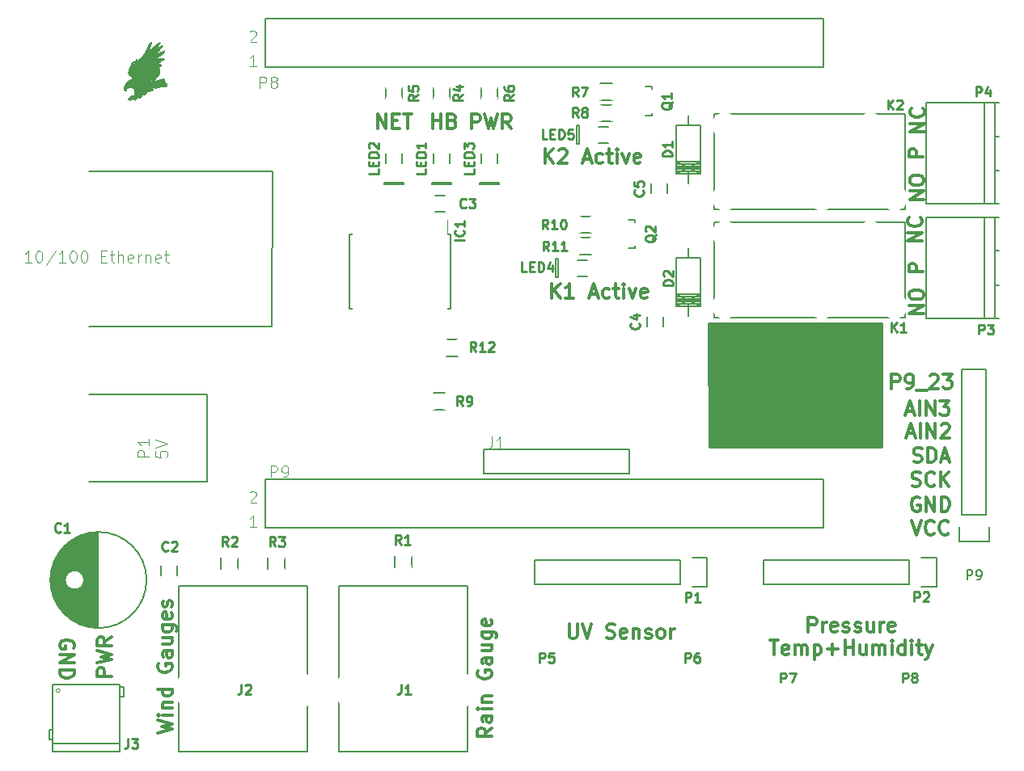
<source format=gto>
G04 #@! TF.FileFunction,Legend,Top*
%FSLAX46Y46*%
G04 Gerber Fmt 4.6, Leading zero omitted, Abs format (unit mm)*
G04 Created by KiCad (PCBNEW 4.0.2-stable) date 8/22/2016 2:14:48 PM*
%MOMM*%
G01*
G04 APERTURE LIST*
%ADD10C,0.100000*%
%ADD11C,0.300000*%
%ADD12C,0.203200*%
%ADD13C,0.150000*%
%ADD14C,0.063500*%
%ADD15C,0.127000*%
%ADD16C,0.250000*%
%ADD17C,0.101600*%
%ADD18C,0.254000*%
%ADD19C,2.686000*%
%ADD20R,1.700000X1.100000*%
%ADD21R,1.000000X1.900000*%
%ADD22R,2.127200X2.432000*%
%ADD23O,2.127200X2.432000*%
%ADD24C,2.800000*%
%ADD25R,2.800000X2.800000*%
%ADD26R,1.700000X1.700000*%
%ADD27C,1.700000*%
%ADD28R,1.400000X1.650000*%
%ADD29R,1.650000X1.400000*%
%ADD30C,2.398980*%
%ADD31R,2.398980X2.398980*%
%ADD32C,2.432000*%
%ADD33R,1.200100X1.200100*%
%ADD34R,1.100000X1.700000*%
%ADD35C,2.900000*%
%ADD36R,1.650000X1.900000*%
%ADD37R,1.900000X1.650000*%
%ADD38C,1.924000*%
%ADD39C,4.400000*%
%ADD40C,4.591000*%
%ADD41R,2.432000X2.127200*%
%ADD42O,2.432000X2.127200*%
G04 APERTURE END LIST*
D10*
D11*
X132122858Y-111768571D02*
X132122858Y-110268571D01*
X132694286Y-110268571D01*
X132837144Y-110340000D01*
X132908572Y-110411429D01*
X132980001Y-110554286D01*
X132980001Y-110768571D01*
X132908572Y-110911429D01*
X132837144Y-110982857D01*
X132694286Y-111054286D01*
X132122858Y-111054286D01*
X133694286Y-111768571D02*
X133980001Y-111768571D01*
X134122858Y-111697143D01*
X134194286Y-111625714D01*
X134337144Y-111411429D01*
X134408572Y-111125714D01*
X134408572Y-110554286D01*
X134337144Y-110411429D01*
X134265715Y-110340000D01*
X134122858Y-110268571D01*
X133837144Y-110268571D01*
X133694286Y-110340000D01*
X133622858Y-110411429D01*
X133551429Y-110554286D01*
X133551429Y-110911429D01*
X133622858Y-111054286D01*
X133694286Y-111125714D01*
X133837144Y-111197143D01*
X134122858Y-111197143D01*
X134265715Y-111125714D01*
X134337144Y-111054286D01*
X134408572Y-110911429D01*
X134694286Y-111911429D02*
X135837143Y-111911429D01*
X136122857Y-110411429D02*
X136194286Y-110340000D01*
X136337143Y-110268571D01*
X136694286Y-110268571D01*
X136837143Y-110340000D01*
X136908572Y-110411429D01*
X136980000Y-110554286D01*
X136980000Y-110697143D01*
X136908572Y-110911429D01*
X136051429Y-111768571D01*
X136980000Y-111768571D01*
X137480000Y-110268571D02*
X138408571Y-110268571D01*
X137908571Y-110840000D01*
X138122857Y-110840000D01*
X138265714Y-110911429D01*
X138337143Y-110982857D01*
X138408571Y-111125714D01*
X138408571Y-111482857D01*
X138337143Y-111625714D01*
X138265714Y-111697143D01*
X138122857Y-111768571D01*
X137694285Y-111768571D01*
X137551428Y-111697143D01*
X137480000Y-111625714D01*
X133685714Y-114130000D02*
X134400000Y-114130000D01*
X133542857Y-114558571D02*
X134042857Y-113058571D01*
X134542857Y-114558571D01*
X135042857Y-114558571D02*
X135042857Y-113058571D01*
X135757143Y-114558571D02*
X135757143Y-113058571D01*
X136614286Y-114558571D01*
X136614286Y-113058571D01*
X137185715Y-113058571D02*
X138114286Y-113058571D01*
X137614286Y-113630000D01*
X137828572Y-113630000D01*
X137971429Y-113701429D01*
X138042858Y-113772857D01*
X138114286Y-113915714D01*
X138114286Y-114272857D01*
X138042858Y-114415714D01*
X137971429Y-114487143D01*
X137828572Y-114558571D01*
X137400000Y-114558571D01*
X137257143Y-114487143D01*
X137185715Y-114415714D01*
X133745714Y-116480000D02*
X134460000Y-116480000D01*
X133602857Y-116908571D02*
X134102857Y-115408571D01*
X134602857Y-116908571D01*
X135102857Y-116908571D02*
X135102857Y-115408571D01*
X135817143Y-116908571D02*
X135817143Y-115408571D01*
X136674286Y-116908571D01*
X136674286Y-115408571D01*
X137317143Y-115551429D02*
X137388572Y-115480000D01*
X137531429Y-115408571D01*
X137888572Y-115408571D01*
X138031429Y-115480000D01*
X138102858Y-115551429D01*
X138174286Y-115694286D01*
X138174286Y-115837143D01*
X138102858Y-116051429D01*
X137245715Y-116908571D01*
X138174286Y-116908571D01*
X134418572Y-119407143D02*
X134632858Y-119478571D01*
X134990001Y-119478571D01*
X135132858Y-119407143D01*
X135204287Y-119335714D01*
X135275715Y-119192857D01*
X135275715Y-119050000D01*
X135204287Y-118907143D01*
X135132858Y-118835714D01*
X134990001Y-118764286D01*
X134704287Y-118692857D01*
X134561429Y-118621429D01*
X134490001Y-118550000D01*
X134418572Y-118407143D01*
X134418572Y-118264286D01*
X134490001Y-118121429D01*
X134561429Y-118050000D01*
X134704287Y-117978571D01*
X135061429Y-117978571D01*
X135275715Y-118050000D01*
X135918572Y-119478571D02*
X135918572Y-117978571D01*
X136275715Y-117978571D01*
X136490000Y-118050000D01*
X136632858Y-118192857D01*
X136704286Y-118335714D01*
X136775715Y-118621429D01*
X136775715Y-118835714D01*
X136704286Y-119121429D01*
X136632858Y-119264286D01*
X136490000Y-119407143D01*
X136275715Y-119478571D01*
X135918572Y-119478571D01*
X137347143Y-119050000D02*
X138061429Y-119050000D01*
X137204286Y-119478571D02*
X137704286Y-117978571D01*
X138204286Y-119478571D01*
X134251429Y-121927143D02*
X134465715Y-121998571D01*
X134822858Y-121998571D01*
X134965715Y-121927143D01*
X135037144Y-121855714D01*
X135108572Y-121712857D01*
X135108572Y-121570000D01*
X135037144Y-121427143D01*
X134965715Y-121355714D01*
X134822858Y-121284286D01*
X134537144Y-121212857D01*
X134394286Y-121141429D01*
X134322858Y-121070000D01*
X134251429Y-120927143D01*
X134251429Y-120784286D01*
X134322858Y-120641429D01*
X134394286Y-120570000D01*
X134537144Y-120498571D01*
X134894286Y-120498571D01*
X135108572Y-120570000D01*
X136608572Y-121855714D02*
X136537143Y-121927143D01*
X136322857Y-121998571D01*
X136180000Y-121998571D01*
X135965715Y-121927143D01*
X135822857Y-121784286D01*
X135751429Y-121641429D01*
X135680000Y-121355714D01*
X135680000Y-121141429D01*
X135751429Y-120855714D01*
X135822857Y-120712857D01*
X135965715Y-120570000D01*
X136180000Y-120498571D01*
X136322857Y-120498571D01*
X136537143Y-120570000D01*
X136608572Y-120641429D01*
X137251429Y-121998571D02*
X137251429Y-120498571D01*
X138108572Y-121998571D02*
X137465715Y-121141429D01*
X138108572Y-120498571D02*
X137251429Y-121355714D01*
X135037143Y-123190000D02*
X134894286Y-123118571D01*
X134680000Y-123118571D01*
X134465715Y-123190000D01*
X134322857Y-123332857D01*
X134251429Y-123475714D01*
X134180000Y-123761429D01*
X134180000Y-123975714D01*
X134251429Y-124261429D01*
X134322857Y-124404286D01*
X134465715Y-124547143D01*
X134680000Y-124618571D01*
X134822857Y-124618571D01*
X135037143Y-124547143D01*
X135108572Y-124475714D01*
X135108572Y-123975714D01*
X134822857Y-123975714D01*
X135751429Y-124618571D02*
X135751429Y-123118571D01*
X136608572Y-124618571D01*
X136608572Y-123118571D01*
X137322858Y-124618571D02*
X137322858Y-123118571D01*
X137680001Y-123118571D01*
X137894286Y-123190000D01*
X138037144Y-123332857D01*
X138108572Y-123475714D01*
X138180001Y-123761429D01*
X138180001Y-123975714D01*
X138108572Y-124261429D01*
X138037144Y-124404286D01*
X137894286Y-124547143D01*
X137680001Y-124618571D01*
X137322858Y-124618571D01*
X134180000Y-125578571D02*
X134680000Y-127078571D01*
X135180000Y-125578571D01*
X136537143Y-126935714D02*
X136465714Y-127007143D01*
X136251428Y-127078571D01*
X136108571Y-127078571D01*
X135894286Y-127007143D01*
X135751428Y-126864286D01*
X135680000Y-126721429D01*
X135608571Y-126435714D01*
X135608571Y-126221429D01*
X135680000Y-125935714D01*
X135751428Y-125792857D01*
X135894286Y-125650000D01*
X136108571Y-125578571D01*
X136251428Y-125578571D01*
X136465714Y-125650000D01*
X136537143Y-125721429D01*
X138037143Y-126935714D02*
X137965714Y-127007143D01*
X137751428Y-127078571D01*
X137608571Y-127078571D01*
X137394286Y-127007143D01*
X137251428Y-126864286D01*
X137180000Y-126721429D01*
X137108571Y-126435714D01*
X137108571Y-126221429D01*
X137180000Y-125935714D01*
X137251428Y-125792857D01*
X137394286Y-125650000D01*
X137608571Y-125578571D01*
X137751428Y-125578571D01*
X137965714Y-125650000D01*
X138037143Y-125721429D01*
X135488571Y-91934286D02*
X133988571Y-91934286D01*
X135488571Y-91077143D01*
X133988571Y-91077143D01*
X133988571Y-90077143D02*
X133988571Y-89791429D01*
X134060000Y-89648571D01*
X134202857Y-89505714D01*
X134488571Y-89434286D01*
X134988571Y-89434286D01*
X135274286Y-89505714D01*
X135417143Y-89648571D01*
X135488571Y-89791429D01*
X135488571Y-90077143D01*
X135417143Y-90220000D01*
X135274286Y-90362857D01*
X134988571Y-90434286D01*
X134488571Y-90434286D01*
X134202857Y-90362857D01*
X134060000Y-90220000D01*
X133988571Y-90077143D01*
X135288571Y-96288571D02*
X133788571Y-96288571D01*
X135288571Y-95431428D01*
X133788571Y-95431428D01*
X135145714Y-93859999D02*
X135217143Y-93931428D01*
X135288571Y-94145714D01*
X135288571Y-94288571D01*
X135217143Y-94502856D01*
X135074286Y-94645714D01*
X134931429Y-94717142D01*
X134645714Y-94788571D01*
X134431429Y-94788571D01*
X134145714Y-94717142D01*
X134002857Y-94645714D01*
X133860000Y-94502856D01*
X133788571Y-94288571D01*
X133788571Y-94145714D01*
X133860000Y-93931428D01*
X133931429Y-93859999D01*
X135408571Y-99522857D02*
X133908571Y-99522857D01*
X133908571Y-98951429D01*
X133980000Y-98808571D01*
X134051429Y-98737143D01*
X134194286Y-98665714D01*
X134408571Y-98665714D01*
X134551429Y-98737143D01*
X134622857Y-98808571D01*
X134694286Y-98951429D01*
X134694286Y-99522857D01*
X135418571Y-87502857D02*
X133918571Y-87502857D01*
X133918571Y-86931429D01*
X133990000Y-86788571D01*
X134061429Y-86717143D01*
X134204286Y-86645714D01*
X134418571Y-86645714D01*
X134561429Y-86717143D01*
X134632857Y-86788571D01*
X134704286Y-86931429D01*
X134704286Y-87502857D01*
X135518571Y-84828571D02*
X134018571Y-84828571D01*
X135518571Y-83971428D01*
X134018571Y-83971428D01*
X135375714Y-82399999D02*
X135447143Y-82471428D01*
X135518571Y-82685714D01*
X135518571Y-82828571D01*
X135447143Y-83042856D01*
X135304286Y-83185714D01*
X135161429Y-83257142D01*
X134875714Y-83328571D01*
X134661429Y-83328571D01*
X134375714Y-83257142D01*
X134232857Y-83185714D01*
X134090000Y-83042856D01*
X134018571Y-82828571D01*
X134018571Y-82685714D01*
X134090000Y-82471428D01*
X134161429Y-82399999D01*
X135458571Y-103924286D02*
X133958571Y-103924286D01*
X135458571Y-103067143D01*
X133958571Y-103067143D01*
X133958571Y-102067143D02*
X133958571Y-101781429D01*
X134030000Y-101638571D01*
X134172857Y-101495714D01*
X134458571Y-101424286D01*
X134958571Y-101424286D01*
X135244286Y-101495714D01*
X135387143Y-101638571D01*
X135458571Y-101781429D01*
X135458571Y-102067143D01*
X135387143Y-102210000D01*
X135244286Y-102352857D01*
X134958571Y-102424286D01*
X134458571Y-102424286D01*
X134172857Y-102352857D01*
X134030000Y-102210000D01*
X133958571Y-102067143D01*
X95857143Y-88128571D02*
X95857143Y-86628571D01*
X96714286Y-88128571D02*
X96071429Y-87271429D01*
X96714286Y-86628571D02*
X95857143Y-87485714D01*
X97285714Y-86771429D02*
X97357143Y-86700000D01*
X97500000Y-86628571D01*
X97857143Y-86628571D01*
X98000000Y-86700000D01*
X98071429Y-86771429D01*
X98142857Y-86914286D01*
X98142857Y-87057143D01*
X98071429Y-87271429D01*
X97214286Y-88128571D01*
X98142857Y-88128571D01*
X99857142Y-87700000D02*
X100571428Y-87700000D01*
X99714285Y-88128571D02*
X100214285Y-86628571D01*
X100714285Y-88128571D01*
X101857142Y-88057143D02*
X101714285Y-88128571D01*
X101428571Y-88128571D01*
X101285713Y-88057143D01*
X101214285Y-87985714D01*
X101142856Y-87842857D01*
X101142856Y-87414286D01*
X101214285Y-87271429D01*
X101285713Y-87200000D01*
X101428571Y-87128571D01*
X101714285Y-87128571D01*
X101857142Y-87200000D01*
X102285713Y-87128571D02*
X102857142Y-87128571D01*
X102499999Y-86628571D02*
X102499999Y-87914286D01*
X102571427Y-88057143D01*
X102714285Y-88128571D01*
X102857142Y-88128571D01*
X103357142Y-88128571D02*
X103357142Y-87128571D01*
X103357142Y-86628571D02*
X103285713Y-86700000D01*
X103357142Y-86771429D01*
X103428570Y-86700000D01*
X103357142Y-86628571D01*
X103357142Y-86771429D01*
X103928571Y-87128571D02*
X104285714Y-88128571D01*
X104642856Y-87128571D01*
X105785713Y-88057143D02*
X105642856Y-88128571D01*
X105357142Y-88128571D01*
X105214285Y-88057143D01*
X105142856Y-87914286D01*
X105142856Y-87342857D01*
X105214285Y-87200000D01*
X105357142Y-87128571D01*
X105642856Y-87128571D01*
X105785713Y-87200000D01*
X105857142Y-87342857D01*
X105857142Y-87485714D01*
X105142856Y-87628571D01*
X88177143Y-84518571D02*
X88177143Y-83018571D01*
X88748571Y-83018571D01*
X88891429Y-83090000D01*
X88962857Y-83161429D01*
X89034286Y-83304286D01*
X89034286Y-83518571D01*
X88962857Y-83661429D01*
X88891429Y-83732857D01*
X88748571Y-83804286D01*
X88177143Y-83804286D01*
X89534286Y-83018571D02*
X89891429Y-84518571D01*
X90177143Y-83447143D01*
X90462857Y-84518571D01*
X90820000Y-83018571D01*
X92248572Y-84518571D02*
X91748572Y-83804286D01*
X91391429Y-84518571D02*
X91391429Y-83018571D01*
X91962857Y-83018571D01*
X92105715Y-83090000D01*
X92177143Y-83161429D01*
X92248572Y-83304286D01*
X92248572Y-83518571D01*
X92177143Y-83661429D01*
X92105715Y-83732857D01*
X91962857Y-83804286D01*
X91391429Y-83804286D01*
X90258571Y-147315714D02*
X89544286Y-147815714D01*
X90258571Y-148172857D02*
X88758571Y-148172857D01*
X88758571Y-147601429D01*
X88830000Y-147458571D01*
X88901429Y-147387143D01*
X89044286Y-147315714D01*
X89258571Y-147315714D01*
X89401429Y-147387143D01*
X89472857Y-147458571D01*
X89544286Y-147601429D01*
X89544286Y-148172857D01*
X90258571Y-146030000D02*
X89472857Y-146030000D01*
X89330000Y-146101429D01*
X89258571Y-146244286D01*
X89258571Y-146530000D01*
X89330000Y-146672857D01*
X90187143Y-146030000D02*
X90258571Y-146172857D01*
X90258571Y-146530000D01*
X90187143Y-146672857D01*
X90044286Y-146744286D01*
X89901429Y-146744286D01*
X89758571Y-146672857D01*
X89687143Y-146530000D01*
X89687143Y-146172857D01*
X89615714Y-146030000D01*
X90258571Y-145315714D02*
X89258571Y-145315714D01*
X88758571Y-145315714D02*
X88830000Y-145387143D01*
X88901429Y-145315714D01*
X88830000Y-145244286D01*
X88758571Y-145315714D01*
X88901429Y-145315714D01*
X89258571Y-144601428D02*
X90258571Y-144601428D01*
X89401429Y-144601428D02*
X89330000Y-144530000D01*
X89258571Y-144387142D01*
X89258571Y-144172857D01*
X89330000Y-144030000D01*
X89472857Y-143958571D01*
X90258571Y-143958571D01*
X88830000Y-141315714D02*
X88758571Y-141458571D01*
X88758571Y-141672857D01*
X88830000Y-141887142D01*
X88972857Y-142030000D01*
X89115714Y-142101428D01*
X89401429Y-142172857D01*
X89615714Y-142172857D01*
X89901429Y-142101428D01*
X90044286Y-142030000D01*
X90187143Y-141887142D01*
X90258571Y-141672857D01*
X90258571Y-141530000D01*
X90187143Y-141315714D01*
X90115714Y-141244285D01*
X89615714Y-141244285D01*
X89615714Y-141530000D01*
X90258571Y-139958571D02*
X89472857Y-139958571D01*
X89330000Y-140030000D01*
X89258571Y-140172857D01*
X89258571Y-140458571D01*
X89330000Y-140601428D01*
X90187143Y-139958571D02*
X90258571Y-140101428D01*
X90258571Y-140458571D01*
X90187143Y-140601428D01*
X90044286Y-140672857D01*
X89901429Y-140672857D01*
X89758571Y-140601428D01*
X89687143Y-140458571D01*
X89687143Y-140101428D01*
X89615714Y-139958571D01*
X89258571Y-138601428D02*
X90258571Y-138601428D01*
X89258571Y-139244285D02*
X90044286Y-139244285D01*
X90187143Y-139172857D01*
X90258571Y-139029999D01*
X90258571Y-138815714D01*
X90187143Y-138672857D01*
X90115714Y-138601428D01*
X89258571Y-137244285D02*
X90472857Y-137244285D01*
X90615714Y-137315714D01*
X90687143Y-137387142D01*
X90758571Y-137529999D01*
X90758571Y-137744285D01*
X90687143Y-137887142D01*
X90187143Y-137244285D02*
X90258571Y-137387142D01*
X90258571Y-137672856D01*
X90187143Y-137815714D01*
X90115714Y-137887142D01*
X89972857Y-137958571D01*
X89544286Y-137958571D01*
X89401429Y-137887142D01*
X89330000Y-137815714D01*
X89258571Y-137672856D01*
X89258571Y-137387142D01*
X89330000Y-137244285D01*
X90187143Y-135958571D02*
X90258571Y-136101428D01*
X90258571Y-136387142D01*
X90187143Y-136529999D01*
X90044286Y-136601428D01*
X89472857Y-136601428D01*
X89330000Y-136529999D01*
X89258571Y-136387142D01*
X89258571Y-136101428D01*
X89330000Y-135958571D01*
X89472857Y-135887142D01*
X89615714Y-135887142D01*
X89758571Y-136601428D01*
X55278571Y-147815714D02*
X56778571Y-147458571D01*
X55707143Y-147172857D01*
X56778571Y-146887143D01*
X55278571Y-146530000D01*
X56778571Y-145958571D02*
X55778571Y-145958571D01*
X55278571Y-145958571D02*
X55350000Y-146030000D01*
X55421429Y-145958571D01*
X55350000Y-145887143D01*
X55278571Y-145958571D01*
X55421429Y-145958571D01*
X55778571Y-145244285D02*
X56778571Y-145244285D01*
X55921429Y-145244285D02*
X55850000Y-145172857D01*
X55778571Y-145029999D01*
X55778571Y-144815714D01*
X55850000Y-144672857D01*
X55992857Y-144601428D01*
X56778571Y-144601428D01*
X56778571Y-143244285D02*
X55278571Y-143244285D01*
X56707143Y-143244285D02*
X56778571Y-143387142D01*
X56778571Y-143672856D01*
X56707143Y-143815714D01*
X56635714Y-143887142D01*
X56492857Y-143958571D01*
X56064286Y-143958571D01*
X55921429Y-143887142D01*
X55850000Y-143815714D01*
X55778571Y-143672856D01*
X55778571Y-143387142D01*
X55850000Y-143244285D01*
X55350000Y-140601428D02*
X55278571Y-140744285D01*
X55278571Y-140958571D01*
X55350000Y-141172856D01*
X55492857Y-141315714D01*
X55635714Y-141387142D01*
X55921429Y-141458571D01*
X56135714Y-141458571D01*
X56421429Y-141387142D01*
X56564286Y-141315714D01*
X56707143Y-141172856D01*
X56778571Y-140958571D01*
X56778571Y-140815714D01*
X56707143Y-140601428D01*
X56635714Y-140529999D01*
X56135714Y-140529999D01*
X56135714Y-140815714D01*
X56778571Y-139244285D02*
X55992857Y-139244285D01*
X55850000Y-139315714D01*
X55778571Y-139458571D01*
X55778571Y-139744285D01*
X55850000Y-139887142D01*
X56707143Y-139244285D02*
X56778571Y-139387142D01*
X56778571Y-139744285D01*
X56707143Y-139887142D01*
X56564286Y-139958571D01*
X56421429Y-139958571D01*
X56278571Y-139887142D01*
X56207143Y-139744285D01*
X56207143Y-139387142D01*
X56135714Y-139244285D01*
X55778571Y-137887142D02*
X56778571Y-137887142D01*
X55778571Y-138529999D02*
X56564286Y-138529999D01*
X56707143Y-138458571D01*
X56778571Y-138315713D01*
X56778571Y-138101428D01*
X56707143Y-137958571D01*
X56635714Y-137887142D01*
X55778571Y-136529999D02*
X56992857Y-136529999D01*
X57135714Y-136601428D01*
X57207143Y-136672856D01*
X57278571Y-136815713D01*
X57278571Y-137029999D01*
X57207143Y-137172856D01*
X56707143Y-136529999D02*
X56778571Y-136672856D01*
X56778571Y-136958570D01*
X56707143Y-137101428D01*
X56635714Y-137172856D01*
X56492857Y-137244285D01*
X56064286Y-137244285D01*
X55921429Y-137172856D01*
X55850000Y-137101428D01*
X55778571Y-136958570D01*
X55778571Y-136672856D01*
X55850000Y-136529999D01*
X56707143Y-135244285D02*
X56778571Y-135387142D01*
X56778571Y-135672856D01*
X56707143Y-135815713D01*
X56564286Y-135887142D01*
X55992857Y-135887142D01*
X55850000Y-135815713D01*
X55778571Y-135672856D01*
X55778571Y-135387142D01*
X55850000Y-135244285D01*
X55992857Y-135172856D01*
X56135714Y-135172856D01*
X56278571Y-135887142D01*
X56707143Y-134601428D02*
X56778571Y-134458571D01*
X56778571Y-134172856D01*
X56707143Y-134029999D01*
X56564286Y-133958571D01*
X56492857Y-133958571D01*
X56350000Y-134029999D01*
X56278571Y-134172856D01*
X56278571Y-134387142D01*
X56207143Y-134529999D01*
X56064286Y-134601428D01*
X55992857Y-134601428D01*
X55850000Y-134529999D01*
X55778571Y-134387142D01*
X55778571Y-134172856D01*
X55850000Y-134029999D01*
X123400001Y-137248571D02*
X123400001Y-135748571D01*
X123971429Y-135748571D01*
X124114287Y-135820000D01*
X124185715Y-135891429D01*
X124257144Y-136034286D01*
X124257144Y-136248571D01*
X124185715Y-136391429D01*
X124114287Y-136462857D01*
X123971429Y-136534286D01*
X123400001Y-136534286D01*
X124900001Y-137248571D02*
X124900001Y-136248571D01*
X124900001Y-136534286D02*
X124971429Y-136391429D01*
X125042858Y-136320000D01*
X125185715Y-136248571D01*
X125328572Y-136248571D01*
X126400000Y-137177143D02*
X126257143Y-137248571D01*
X125971429Y-137248571D01*
X125828572Y-137177143D01*
X125757143Y-137034286D01*
X125757143Y-136462857D01*
X125828572Y-136320000D01*
X125971429Y-136248571D01*
X126257143Y-136248571D01*
X126400000Y-136320000D01*
X126471429Y-136462857D01*
X126471429Y-136605714D01*
X125757143Y-136748571D01*
X127042857Y-137177143D02*
X127185714Y-137248571D01*
X127471429Y-137248571D01*
X127614286Y-137177143D01*
X127685714Y-137034286D01*
X127685714Y-136962857D01*
X127614286Y-136820000D01*
X127471429Y-136748571D01*
X127257143Y-136748571D01*
X127114286Y-136677143D01*
X127042857Y-136534286D01*
X127042857Y-136462857D01*
X127114286Y-136320000D01*
X127257143Y-136248571D01*
X127471429Y-136248571D01*
X127614286Y-136320000D01*
X128257143Y-137177143D02*
X128400000Y-137248571D01*
X128685715Y-137248571D01*
X128828572Y-137177143D01*
X128900000Y-137034286D01*
X128900000Y-136962857D01*
X128828572Y-136820000D01*
X128685715Y-136748571D01*
X128471429Y-136748571D01*
X128328572Y-136677143D01*
X128257143Y-136534286D01*
X128257143Y-136462857D01*
X128328572Y-136320000D01*
X128471429Y-136248571D01*
X128685715Y-136248571D01*
X128828572Y-136320000D01*
X130185715Y-136248571D02*
X130185715Y-137248571D01*
X129542858Y-136248571D02*
X129542858Y-137034286D01*
X129614286Y-137177143D01*
X129757144Y-137248571D01*
X129971429Y-137248571D01*
X130114286Y-137177143D01*
X130185715Y-137105714D01*
X130900001Y-137248571D02*
X130900001Y-136248571D01*
X130900001Y-136534286D02*
X130971429Y-136391429D01*
X131042858Y-136320000D01*
X131185715Y-136248571D01*
X131328572Y-136248571D01*
X132400000Y-137177143D02*
X132257143Y-137248571D01*
X131971429Y-137248571D01*
X131828572Y-137177143D01*
X131757143Y-137034286D01*
X131757143Y-136462857D01*
X131828572Y-136320000D01*
X131971429Y-136248571D01*
X132257143Y-136248571D01*
X132400000Y-136320000D01*
X132471429Y-136462857D01*
X132471429Y-136605714D01*
X131757143Y-136748571D01*
X119364285Y-138148571D02*
X120221428Y-138148571D01*
X119792857Y-139648571D02*
X119792857Y-138148571D01*
X121292856Y-139577143D02*
X121149999Y-139648571D01*
X120864285Y-139648571D01*
X120721428Y-139577143D01*
X120649999Y-139434286D01*
X120649999Y-138862857D01*
X120721428Y-138720000D01*
X120864285Y-138648571D01*
X121149999Y-138648571D01*
X121292856Y-138720000D01*
X121364285Y-138862857D01*
X121364285Y-139005714D01*
X120649999Y-139148571D01*
X122007142Y-139648571D02*
X122007142Y-138648571D01*
X122007142Y-138791429D02*
X122078570Y-138720000D01*
X122221428Y-138648571D01*
X122435713Y-138648571D01*
X122578570Y-138720000D01*
X122649999Y-138862857D01*
X122649999Y-139648571D01*
X122649999Y-138862857D02*
X122721428Y-138720000D01*
X122864285Y-138648571D01*
X123078570Y-138648571D01*
X123221428Y-138720000D01*
X123292856Y-138862857D01*
X123292856Y-139648571D01*
X124007142Y-138648571D02*
X124007142Y-140148571D01*
X124007142Y-138720000D02*
X124149999Y-138648571D01*
X124435713Y-138648571D01*
X124578570Y-138720000D01*
X124649999Y-138791429D01*
X124721428Y-138934286D01*
X124721428Y-139362857D01*
X124649999Y-139505714D01*
X124578570Y-139577143D01*
X124435713Y-139648571D01*
X124149999Y-139648571D01*
X124007142Y-139577143D01*
X125364285Y-139077143D02*
X126507142Y-139077143D01*
X125935713Y-139648571D02*
X125935713Y-138505714D01*
X127221428Y-139648571D02*
X127221428Y-138148571D01*
X127221428Y-138862857D02*
X128078571Y-138862857D01*
X128078571Y-139648571D02*
X128078571Y-138148571D01*
X129435714Y-138648571D02*
X129435714Y-139648571D01*
X128792857Y-138648571D02*
X128792857Y-139434286D01*
X128864285Y-139577143D01*
X129007143Y-139648571D01*
X129221428Y-139648571D01*
X129364285Y-139577143D01*
X129435714Y-139505714D01*
X130150000Y-139648571D02*
X130150000Y-138648571D01*
X130150000Y-138791429D02*
X130221428Y-138720000D01*
X130364286Y-138648571D01*
X130578571Y-138648571D01*
X130721428Y-138720000D01*
X130792857Y-138862857D01*
X130792857Y-139648571D01*
X130792857Y-138862857D02*
X130864286Y-138720000D01*
X131007143Y-138648571D01*
X131221428Y-138648571D01*
X131364286Y-138720000D01*
X131435714Y-138862857D01*
X131435714Y-139648571D01*
X132150000Y-139648571D02*
X132150000Y-138648571D01*
X132150000Y-138148571D02*
X132078571Y-138220000D01*
X132150000Y-138291429D01*
X132221428Y-138220000D01*
X132150000Y-138148571D01*
X132150000Y-138291429D01*
X133507143Y-139648571D02*
X133507143Y-138148571D01*
X133507143Y-139577143D02*
X133364286Y-139648571D01*
X133078572Y-139648571D01*
X132935714Y-139577143D01*
X132864286Y-139505714D01*
X132792857Y-139362857D01*
X132792857Y-138934286D01*
X132864286Y-138791429D01*
X132935714Y-138720000D01*
X133078572Y-138648571D01*
X133364286Y-138648571D01*
X133507143Y-138720000D01*
X134221429Y-139648571D02*
X134221429Y-138648571D01*
X134221429Y-138148571D02*
X134150000Y-138220000D01*
X134221429Y-138291429D01*
X134292857Y-138220000D01*
X134221429Y-138148571D01*
X134221429Y-138291429D01*
X134721429Y-138648571D02*
X135292858Y-138648571D01*
X134935715Y-138148571D02*
X134935715Y-139434286D01*
X135007143Y-139577143D01*
X135150001Y-139648571D01*
X135292858Y-139648571D01*
X135650001Y-138648571D02*
X136007144Y-139648571D01*
X136364286Y-138648571D02*
X136007144Y-139648571D01*
X135864286Y-140005714D01*
X135792858Y-140077143D01*
X135650001Y-140148571D01*
X98347143Y-136418571D02*
X98347143Y-137632857D01*
X98418571Y-137775714D01*
X98490000Y-137847143D01*
X98632857Y-137918571D01*
X98918571Y-137918571D01*
X99061429Y-137847143D01*
X99132857Y-137775714D01*
X99204286Y-137632857D01*
X99204286Y-136418571D01*
X99704286Y-136418571D02*
X100204286Y-137918571D01*
X100704286Y-136418571D01*
X102275714Y-137847143D02*
X102490000Y-137918571D01*
X102847143Y-137918571D01*
X102990000Y-137847143D01*
X103061429Y-137775714D01*
X103132857Y-137632857D01*
X103132857Y-137490000D01*
X103061429Y-137347143D01*
X102990000Y-137275714D01*
X102847143Y-137204286D01*
X102561429Y-137132857D01*
X102418571Y-137061429D01*
X102347143Y-136990000D01*
X102275714Y-136847143D01*
X102275714Y-136704286D01*
X102347143Y-136561429D01*
X102418571Y-136490000D01*
X102561429Y-136418571D01*
X102918571Y-136418571D01*
X103132857Y-136490000D01*
X104347142Y-137847143D02*
X104204285Y-137918571D01*
X103918571Y-137918571D01*
X103775714Y-137847143D01*
X103704285Y-137704286D01*
X103704285Y-137132857D01*
X103775714Y-136990000D01*
X103918571Y-136918571D01*
X104204285Y-136918571D01*
X104347142Y-136990000D01*
X104418571Y-137132857D01*
X104418571Y-137275714D01*
X103704285Y-137418571D01*
X105061428Y-136918571D02*
X105061428Y-137918571D01*
X105061428Y-137061429D02*
X105132856Y-136990000D01*
X105275714Y-136918571D01*
X105489999Y-136918571D01*
X105632856Y-136990000D01*
X105704285Y-137132857D01*
X105704285Y-137918571D01*
X106347142Y-137847143D02*
X106489999Y-137918571D01*
X106775714Y-137918571D01*
X106918571Y-137847143D01*
X106989999Y-137704286D01*
X106989999Y-137632857D01*
X106918571Y-137490000D01*
X106775714Y-137418571D01*
X106561428Y-137418571D01*
X106418571Y-137347143D01*
X106347142Y-137204286D01*
X106347142Y-137132857D01*
X106418571Y-136990000D01*
X106561428Y-136918571D01*
X106775714Y-136918571D01*
X106918571Y-136990000D01*
X107847143Y-137918571D02*
X107704285Y-137847143D01*
X107632857Y-137775714D01*
X107561428Y-137632857D01*
X107561428Y-137204286D01*
X107632857Y-137061429D01*
X107704285Y-136990000D01*
X107847143Y-136918571D01*
X108061428Y-136918571D01*
X108204285Y-136990000D01*
X108275714Y-137061429D01*
X108347143Y-137204286D01*
X108347143Y-137632857D01*
X108275714Y-137775714D01*
X108204285Y-137847143D01*
X108061428Y-137918571D01*
X107847143Y-137918571D01*
X108990000Y-137918571D02*
X108990000Y-136918571D01*
X108990000Y-137204286D02*
X109061428Y-137061429D01*
X109132857Y-136990000D01*
X109275714Y-136918571D01*
X109418571Y-136918571D01*
X46460000Y-138942857D02*
X46531429Y-138800000D01*
X46531429Y-138585714D01*
X46460000Y-138371429D01*
X46317143Y-138228571D01*
X46174286Y-138157143D01*
X45888571Y-138085714D01*
X45674286Y-138085714D01*
X45388571Y-138157143D01*
X45245714Y-138228571D01*
X45102857Y-138371429D01*
X45031429Y-138585714D01*
X45031429Y-138728571D01*
X45102857Y-138942857D01*
X45174286Y-139014286D01*
X45674286Y-139014286D01*
X45674286Y-138728571D01*
X45031429Y-139657143D02*
X46531429Y-139657143D01*
X45031429Y-140514286D01*
X46531429Y-140514286D01*
X45031429Y-141228572D02*
X46531429Y-141228572D01*
X46531429Y-141585715D01*
X46460000Y-141800000D01*
X46317143Y-141942858D01*
X46174286Y-142014286D01*
X45888571Y-142085715D01*
X45674286Y-142085715D01*
X45388571Y-142014286D01*
X45245714Y-141942858D01*
X45102857Y-141800000D01*
X45031429Y-141585715D01*
X45031429Y-141228572D01*
X96557143Y-102288571D02*
X96557143Y-100788571D01*
X97414286Y-102288571D02*
X96771429Y-101431429D01*
X97414286Y-100788571D02*
X96557143Y-101645714D01*
X98842857Y-102288571D02*
X97985714Y-102288571D01*
X98414286Y-102288571D02*
X98414286Y-100788571D01*
X98271429Y-101002857D01*
X98128571Y-101145714D01*
X97985714Y-101217143D01*
X100557142Y-101860000D02*
X101271428Y-101860000D01*
X100414285Y-102288571D02*
X100914285Y-100788571D01*
X101414285Y-102288571D01*
X102557142Y-102217143D02*
X102414285Y-102288571D01*
X102128571Y-102288571D01*
X101985713Y-102217143D01*
X101914285Y-102145714D01*
X101842856Y-102002857D01*
X101842856Y-101574286D01*
X101914285Y-101431429D01*
X101985713Y-101360000D01*
X102128571Y-101288571D01*
X102414285Y-101288571D01*
X102557142Y-101360000D01*
X102985713Y-101288571D02*
X103557142Y-101288571D01*
X103199999Y-100788571D02*
X103199999Y-102074286D01*
X103271427Y-102217143D01*
X103414285Y-102288571D01*
X103557142Y-102288571D01*
X104057142Y-102288571D02*
X104057142Y-101288571D01*
X104057142Y-100788571D02*
X103985713Y-100860000D01*
X104057142Y-100931429D01*
X104128570Y-100860000D01*
X104057142Y-100788571D01*
X104057142Y-100931429D01*
X104628571Y-101288571D02*
X104985714Y-102288571D01*
X105342856Y-101288571D01*
X106485713Y-102217143D02*
X106342856Y-102288571D01*
X106057142Y-102288571D01*
X105914285Y-102217143D01*
X105842856Y-102074286D01*
X105842856Y-101502857D01*
X105914285Y-101360000D01*
X106057142Y-101288571D01*
X106342856Y-101288571D01*
X106485713Y-101360000D01*
X106557142Y-101502857D01*
X106557142Y-101645714D01*
X105842856Y-101788571D01*
X78287143Y-84478571D02*
X78287143Y-82978571D01*
X79144286Y-84478571D01*
X79144286Y-82978571D01*
X79858572Y-83692857D02*
X80358572Y-83692857D01*
X80572858Y-84478571D02*
X79858572Y-84478571D01*
X79858572Y-82978571D01*
X80572858Y-82978571D01*
X81001429Y-82978571D02*
X81858572Y-82978571D01*
X81430001Y-84478571D02*
X81430001Y-82978571D01*
X50438571Y-141882857D02*
X48938571Y-141882857D01*
X48938571Y-141311429D01*
X49010000Y-141168571D01*
X49081429Y-141097143D01*
X49224286Y-141025714D01*
X49438571Y-141025714D01*
X49581429Y-141097143D01*
X49652857Y-141168571D01*
X49724286Y-141311429D01*
X49724286Y-141882857D01*
X48938571Y-140525714D02*
X50438571Y-140168571D01*
X49367143Y-139882857D01*
X50438571Y-139597143D01*
X48938571Y-139240000D01*
X50438571Y-137811428D02*
X49724286Y-138311428D01*
X50438571Y-138668571D02*
X48938571Y-138668571D01*
X48938571Y-138097143D01*
X49010000Y-137954285D01*
X49081429Y-137882857D01*
X49224286Y-137811428D01*
X49438571Y-137811428D01*
X49581429Y-137882857D01*
X49652857Y-137954285D01*
X49724286Y-138097143D01*
X49724286Y-138668571D01*
X84057143Y-84498571D02*
X84057143Y-82998571D01*
X84057143Y-83712857D02*
X84914286Y-83712857D01*
X84914286Y-84498571D02*
X84914286Y-82998571D01*
X86128572Y-83712857D02*
X86342858Y-83784286D01*
X86414286Y-83855714D01*
X86485715Y-83998571D01*
X86485715Y-84212857D01*
X86414286Y-84355714D01*
X86342858Y-84427143D01*
X86200000Y-84498571D01*
X85628572Y-84498571D01*
X85628572Y-82998571D01*
X86128572Y-82998571D01*
X86271429Y-83070000D01*
X86342858Y-83141429D01*
X86414286Y-83284286D01*
X86414286Y-83427143D01*
X86342858Y-83570000D01*
X86271429Y-83641429D01*
X86128572Y-83712857D01*
X85628572Y-83712857D01*
D12*
X113500000Y-92988720D02*
X113500000Y-82991280D01*
X113500000Y-82990000D02*
X133500000Y-82990000D01*
X133500000Y-82990000D02*
X133500000Y-92990000D01*
X133500000Y-92990000D02*
X113500000Y-92990000D01*
D13*
X63675000Y-129500000D02*
X63675000Y-130700000D01*
X61925000Y-130700000D02*
X61925000Y-129500000D01*
X68575000Y-129500000D02*
X68575000Y-130700000D01*
X66825000Y-130700000D02*
X66825000Y-129500000D01*
X84125000Y-81400000D02*
X84125000Y-80200000D01*
X85875000Y-80200000D02*
X85875000Y-81400000D01*
X85970000Y-95615000D02*
X85615000Y-95615000D01*
X85970000Y-103365000D02*
X85615000Y-103365000D01*
X75320000Y-103365000D02*
X75675000Y-103365000D01*
X75320000Y-95615000D02*
X75675000Y-95615000D01*
X85970000Y-95615000D02*
X85970000Y-103365000D01*
X75320000Y-95615000D02*
X75320000Y-103365000D01*
X85615000Y-95615000D02*
X85615000Y-94090000D01*
X81875000Y-129300000D02*
X81875000Y-130500000D01*
X80125000Y-130500000D02*
X80125000Y-129300000D01*
D12*
X113500000Y-104358720D02*
X113500000Y-94361280D01*
X113500000Y-94360000D02*
X133500000Y-94360000D01*
X133500000Y-94360000D02*
X133500000Y-104360000D01*
X133500000Y-104360000D02*
X113500000Y-104360000D01*
D13*
X109970000Y-132270000D02*
X94730000Y-132270000D01*
X94730000Y-132270000D02*
X94730000Y-129730000D01*
X94730000Y-129730000D02*
X109970000Y-129730000D01*
X112790000Y-132550000D02*
X111240000Y-132550000D01*
X109970000Y-132270000D02*
X109970000Y-129730000D01*
X111240000Y-129450000D02*
X112790000Y-129450000D01*
X112790000Y-129450000D02*
X112790000Y-132550000D01*
X133970000Y-132270000D02*
X118730000Y-132270000D01*
X118730000Y-132270000D02*
X118730000Y-129730000D01*
X118730000Y-129730000D02*
X133970000Y-129730000D01*
X136790000Y-132550000D02*
X135240000Y-132550000D01*
X133970000Y-132270000D02*
X133970000Y-129730000D01*
X135240000Y-129450000D02*
X136790000Y-129450000D01*
X136790000Y-129450000D02*
X136790000Y-132550000D01*
X142920000Y-100920000D02*
X143320000Y-100920000D01*
X142920000Y-97320000D02*
X143320000Y-97320000D01*
X141820000Y-104420000D02*
X141820000Y-93820000D01*
X142920000Y-104420000D02*
X142920000Y-93820000D01*
X135720000Y-104420000D02*
X143320000Y-104420000D01*
X143320000Y-93820000D02*
X135720000Y-93820000D01*
X135720000Y-93820000D02*
X135720000Y-104420000D01*
X142920000Y-88930000D02*
X143320000Y-88930000D01*
X142920000Y-85330000D02*
X143320000Y-85330000D01*
X141820000Y-92430000D02*
X141820000Y-81830000D01*
X142920000Y-92430000D02*
X142920000Y-81830000D01*
X135720000Y-92430000D02*
X143320000Y-92430000D01*
X143320000Y-81830000D02*
X135720000Y-81830000D01*
X135720000Y-81830000D02*
X135720000Y-92430000D01*
X49005000Y-136819000D02*
X49005000Y-126821000D01*
X48865000Y-136815000D02*
X48865000Y-126825000D01*
X48725000Y-136807000D02*
X48725000Y-126833000D01*
X48585000Y-136795000D02*
X48585000Y-126845000D01*
X48445000Y-136780000D02*
X48445000Y-126860000D01*
X48305000Y-136760000D02*
X48305000Y-126880000D01*
X48165000Y-136736000D02*
X48165000Y-126904000D01*
X48025000Y-136707000D02*
X48025000Y-126933000D01*
X47885000Y-136675000D02*
X47885000Y-126965000D01*
X47745000Y-136638000D02*
X47745000Y-127002000D01*
X47605000Y-136597000D02*
X47605000Y-127043000D01*
X47465000Y-136552000D02*
X47465000Y-132286000D01*
X47465000Y-131354000D02*
X47465000Y-127088000D01*
X47325000Y-136502000D02*
X47325000Y-132487000D01*
X47325000Y-131153000D02*
X47325000Y-127138000D01*
X47185000Y-136447000D02*
X47185000Y-132616000D01*
X47185000Y-131024000D02*
X47185000Y-127193000D01*
X47045000Y-136387000D02*
X47045000Y-132705000D01*
X47045000Y-130935000D02*
X47045000Y-127253000D01*
X46905000Y-136322000D02*
X46905000Y-132766000D01*
X46905000Y-130874000D02*
X46905000Y-127318000D01*
X46765000Y-136252000D02*
X46765000Y-132803000D01*
X46765000Y-130837000D02*
X46765000Y-127388000D01*
X46625000Y-136176000D02*
X46625000Y-132819000D01*
X46625000Y-130821000D02*
X46625000Y-127464000D01*
X46485000Y-136094000D02*
X46485000Y-132815000D01*
X46485000Y-130825000D02*
X46485000Y-127546000D01*
X46345000Y-136006000D02*
X46345000Y-132792000D01*
X46345000Y-130848000D02*
X46345000Y-127634000D01*
X46205000Y-135911000D02*
X46205000Y-132747000D01*
X46205000Y-130893000D02*
X46205000Y-127729000D01*
X46065000Y-135809000D02*
X46065000Y-132677000D01*
X46065000Y-130963000D02*
X46065000Y-127831000D01*
X45925000Y-135699000D02*
X45925000Y-132576000D01*
X45925000Y-131064000D02*
X45925000Y-127941000D01*
X45785000Y-135581000D02*
X45785000Y-132427000D01*
X45785000Y-131213000D02*
X45785000Y-128059000D01*
X45645000Y-135453000D02*
X45645000Y-132175000D01*
X45645000Y-131465000D02*
X45645000Y-128187000D01*
X45505000Y-135316000D02*
X45505000Y-128324000D01*
X45365000Y-135166000D02*
X45365000Y-128474000D01*
X45225000Y-135004000D02*
X45225000Y-128636000D01*
X45085000Y-134827000D02*
X45085000Y-128813000D01*
X44945000Y-134631000D02*
X44945000Y-129009000D01*
X44805000Y-134413000D02*
X44805000Y-129227000D01*
X44665000Y-134167000D02*
X44665000Y-129473000D01*
X44525000Y-133882000D02*
X44525000Y-129758000D01*
X44385000Y-133540000D02*
X44385000Y-130100000D01*
X44245000Y-133094000D02*
X44245000Y-130546000D01*
X44105000Y-132319000D02*
X44105000Y-131321000D01*
X47580000Y-131820000D02*
G75*
G03X47580000Y-131820000I-1000000J0D01*
G01*
X54117500Y-131820000D02*
G75*
G03X54117500Y-131820000I-5037500J0D01*
G01*
X85330000Y-91580000D02*
X84330000Y-91580000D01*
X84330000Y-93280000D02*
X85330000Y-93280000D01*
X106540000Y-104230000D02*
X106540000Y-105230000D01*
X108240000Y-105230000D02*
X108240000Y-104230000D01*
X106940000Y-90310000D02*
X106940000Y-91310000D01*
X108640000Y-91310000D02*
X108640000Y-90310000D01*
X110827460Y-84190000D02*
X110827460Y-83174000D01*
X110827460Y-89016000D02*
X110827460Y-90286000D01*
X109557460Y-88762000D02*
X112097460Y-88762000D01*
X109557460Y-88508000D02*
X112097460Y-88508000D01*
X109557460Y-88254000D02*
X112097460Y-88254000D01*
X109557460Y-89016000D02*
X112097460Y-89016000D01*
X109557460Y-88000000D02*
X112097460Y-89270000D01*
X109557460Y-89270000D02*
X112097460Y-88000000D01*
X109557460Y-88000000D02*
X112097460Y-88000000D01*
X109557460Y-88635000D02*
X112097460Y-88635000D01*
X112097460Y-89270000D02*
X109557460Y-89270000D01*
X109557460Y-89270000D02*
X109557460Y-84190000D01*
X109557460Y-84190000D02*
X112097460Y-84190000D01*
X112097460Y-84190000D02*
X112097460Y-89270000D01*
X110827460Y-98100000D02*
X110827460Y-97084000D01*
X110827460Y-102926000D02*
X110827460Y-104196000D01*
X109557460Y-102672000D02*
X112097460Y-102672000D01*
X109557460Y-102418000D02*
X112097460Y-102418000D01*
X109557460Y-102164000D02*
X112097460Y-102164000D01*
X109557460Y-102926000D02*
X112097460Y-102926000D01*
X109557460Y-101910000D02*
X112097460Y-103180000D01*
X109557460Y-103180000D02*
X112097460Y-101910000D01*
X109557460Y-101910000D02*
X112097460Y-101910000D01*
X109557460Y-102545000D02*
X112097460Y-102545000D01*
X112097460Y-103180000D02*
X109557460Y-103180000D01*
X109557460Y-103180000D02*
X109557460Y-98100000D01*
X109557460Y-98100000D02*
X112097460Y-98100000D01*
X112097460Y-98100000D02*
X112097460Y-103180000D01*
D12*
X44312480Y-142791480D02*
X51307640Y-142791480D01*
X51307640Y-142791480D02*
X51307640Y-148989080D01*
X51307640Y-148989080D02*
X51307640Y-149789180D01*
X51307640Y-149789180D02*
X44312480Y-149789180D01*
X44312480Y-149789180D02*
X44312480Y-148989080D01*
X44312480Y-148989080D02*
X44312480Y-142791480D01*
X51307640Y-148989080D02*
X44312480Y-148989080D01*
X44312480Y-147538740D02*
X43911160Y-147538740D01*
X43911160Y-147538740D02*
X43911160Y-148539500D01*
X43911160Y-148539500D02*
X44312480Y-148539500D01*
X51307640Y-143040400D02*
X51708960Y-143040400D01*
X51708960Y-143040400D02*
X51708960Y-144041160D01*
X51708960Y-144041160D02*
X51307640Y-144041160D01*
D14*
X45056546Y-143390260D02*
G75*
G03X45056546Y-143390260I-197566J0D01*
G01*
D13*
X107020240Y-82939160D02*
X107020240Y-82890900D01*
X106319200Y-80140180D02*
X107020240Y-80140180D01*
X107020240Y-80140180D02*
X107020240Y-80389100D01*
X107020240Y-82939160D02*
X107020240Y-83139820D01*
X107020240Y-83139820D02*
X106319200Y-83139820D01*
X105280240Y-96849160D02*
X105280240Y-96800900D01*
X104579200Y-94050180D02*
X105280240Y-94050180D01*
X105280240Y-94050180D02*
X105280240Y-94299100D01*
X105280240Y-96849160D02*
X105280240Y-97049820D01*
X105280240Y-97049820D02*
X104579200Y-97049820D01*
X79125000Y-81400000D02*
X79125000Y-80200000D01*
X80875000Y-80200000D02*
X80875000Y-81400000D01*
X89125000Y-81400000D02*
X89125000Y-80200000D01*
X90875000Y-80200000D02*
X90875000Y-81400000D01*
X102830000Y-81565000D02*
X101630000Y-81565000D01*
X101630000Y-79815000D02*
X102830000Y-79815000D01*
X102830000Y-83785000D02*
X101630000Y-83785000D01*
X101630000Y-82035000D02*
X102830000Y-82035000D01*
X85360000Y-113985000D02*
X84160000Y-113985000D01*
X84160000Y-112235000D02*
X85360000Y-112235000D01*
X100660000Y-95465000D02*
X99460000Y-95465000D01*
X99460000Y-93715000D02*
X100660000Y-93715000D01*
X100660000Y-97685000D02*
X99460000Y-97685000D01*
X99460000Y-95935000D02*
X100660000Y-95935000D01*
X86680000Y-108365000D02*
X85480000Y-108365000D01*
X85480000Y-106615000D02*
X86680000Y-106615000D01*
X55590000Y-130320000D02*
X55590000Y-131320000D01*
X57290000Y-131320000D02*
X57290000Y-130320000D01*
X84000000Y-90400000D02*
X84000000Y-90150000D01*
X86000000Y-90400000D02*
X84000000Y-90400000D01*
X86000000Y-90150000D02*
X86000000Y-90400000D01*
X84000000Y-90150000D02*
X86000000Y-90150000D01*
X84150000Y-87150000D02*
X84150000Y-88150000D01*
X85850000Y-88150000D02*
X85850000Y-87150000D01*
X79010000Y-90400000D02*
X79010000Y-90150000D01*
X81010000Y-90400000D02*
X79010000Y-90400000D01*
X81010000Y-90150000D02*
X81010000Y-90400000D01*
X79010000Y-90150000D02*
X81010000Y-90150000D01*
X79160000Y-87150000D02*
X79160000Y-88150000D01*
X80860000Y-88150000D02*
X80860000Y-87150000D01*
X89000000Y-90400000D02*
X89000000Y-90150000D01*
X91000000Y-90400000D02*
X89000000Y-90400000D01*
X91000000Y-90150000D02*
X91000000Y-90400000D01*
X89000000Y-90150000D02*
X91000000Y-90150000D01*
X89150000Y-87150000D02*
X89150000Y-88150000D01*
X90850000Y-88150000D02*
X90850000Y-87150000D01*
X96960000Y-98140000D02*
X97210000Y-98140000D01*
X96960000Y-100140000D02*
X96960000Y-98140000D01*
X97210000Y-100140000D02*
X96960000Y-100140000D01*
X97210000Y-98140000D02*
X97210000Y-100140000D01*
X100210000Y-98290000D02*
X99210000Y-98290000D01*
X99210000Y-99990000D02*
X100210000Y-99990000D01*
X99180000Y-84160000D02*
X99430000Y-84160000D01*
X99180000Y-86160000D02*
X99180000Y-84160000D01*
X99430000Y-86160000D02*
X99180000Y-86160000D01*
X99430000Y-84160000D02*
X99430000Y-86160000D01*
X102430000Y-84310000D02*
X101430000Y-84310000D01*
X101430000Y-86010000D02*
X102430000Y-86010000D01*
X74242000Y-132408000D02*
X74242000Y-149830000D01*
X87704000Y-132408000D02*
X87704000Y-149830000D01*
X74242000Y-149830000D02*
X87704000Y-149830000D01*
X86942000Y-132408000D02*
X87704000Y-132408000D01*
X74242000Y-132408000D02*
X86942000Y-132408000D01*
X57512000Y-132408000D02*
X57512000Y-149830000D01*
X70974000Y-132408000D02*
X70974000Y-149830000D01*
X57512000Y-149830000D02*
X70974000Y-149830000D01*
X70212000Y-132408000D02*
X70974000Y-132408000D01*
X57512000Y-132408000D02*
X70212000Y-132408000D01*
D15*
X66515000Y-121285000D02*
X124935000Y-121285000D01*
X124935000Y-121285000D02*
X124935000Y-126365000D01*
X124935000Y-126365000D02*
X66515000Y-126365000D01*
X66515000Y-126365000D02*
X66515000Y-121285000D01*
X66515000Y-73025000D02*
X124935000Y-73025000D01*
X124935000Y-73025000D02*
X124935000Y-78105000D01*
X124935000Y-78105000D02*
X66515000Y-78105000D01*
X66515000Y-78105000D02*
X66515000Y-73025000D01*
X89375000Y-120650000D02*
X104615000Y-120650000D01*
X104615000Y-120650000D02*
X104615000Y-118110000D01*
X104615000Y-118110000D02*
X89375000Y-118110000D01*
X89375000Y-118110000D02*
X89375000Y-120650000D01*
X48100000Y-105283000D02*
X67251600Y-105283000D01*
X67251600Y-105283000D02*
X67277000Y-89027000D01*
X67277000Y-89027000D02*
X48100000Y-89027000D01*
X48100000Y-121539000D02*
X60419000Y-121539000D01*
X60419000Y-121539000D02*
X60419000Y-112395000D01*
X60419000Y-112395000D02*
X48100000Y-112395000D01*
D10*
G36*
X52405300Y-81673700D02*
X52506900Y-81673700D01*
X52506900Y-81648300D01*
X52405300Y-81648300D01*
X52405300Y-81673700D01*
G37*
G36*
X52379900Y-81648300D02*
X52532300Y-81648300D01*
X52532300Y-81622900D01*
X52379900Y-81622900D01*
X52379900Y-81648300D01*
G37*
G36*
X52913300Y-81648300D02*
X52964100Y-81648300D01*
X52964100Y-81622900D01*
X52913300Y-81622900D01*
X52913300Y-81648300D01*
G37*
G36*
X52354500Y-81622900D02*
X52532300Y-81622900D01*
X52532300Y-81597500D01*
X52354500Y-81597500D01*
X52354500Y-81622900D01*
G37*
G36*
X52887900Y-81622900D02*
X52989500Y-81622900D01*
X52989500Y-81597500D01*
X52887900Y-81597500D01*
X52887900Y-81622900D01*
G37*
G36*
X52354500Y-81597500D02*
X52557700Y-81597500D01*
X52557700Y-81572100D01*
X52354500Y-81572100D01*
X52354500Y-81597500D01*
G37*
G36*
X52862500Y-81597500D02*
X53014900Y-81597500D01*
X53014900Y-81572100D01*
X52862500Y-81572100D01*
X52862500Y-81597500D01*
G37*
G36*
X52329100Y-81572100D02*
X52608500Y-81572100D01*
X52608500Y-81546700D01*
X52329100Y-81546700D01*
X52329100Y-81572100D01*
G37*
G36*
X52837100Y-81572100D02*
X53014900Y-81572100D01*
X53014900Y-81546700D01*
X52837100Y-81546700D01*
X52837100Y-81572100D01*
G37*
G36*
X52202100Y-81546700D02*
X52633900Y-81546700D01*
X52633900Y-81521300D01*
X52202100Y-81521300D01*
X52202100Y-81546700D01*
G37*
G36*
X52786300Y-81546700D02*
X53040300Y-81546700D01*
X53040300Y-81521300D01*
X52786300Y-81521300D01*
X52786300Y-81546700D01*
G37*
G36*
X52176700Y-81521300D02*
X52684700Y-81521300D01*
X52684700Y-81495900D01*
X52176700Y-81495900D01*
X52176700Y-81521300D01*
G37*
G36*
X52760900Y-81521300D02*
X53040300Y-81521300D01*
X53040300Y-81495900D01*
X52760900Y-81495900D01*
X52760900Y-81521300D01*
G37*
G36*
X52176700Y-81495900D02*
X53116500Y-81495900D01*
X53116500Y-81470500D01*
X52176700Y-81470500D01*
X52176700Y-81495900D01*
G37*
G36*
X52176700Y-81470500D02*
X53167300Y-81470500D01*
X53167300Y-81445100D01*
X52176700Y-81445100D01*
X52176700Y-81470500D01*
G37*
G36*
X52176700Y-81445100D02*
X53192700Y-81445100D01*
X53192700Y-81419700D01*
X52176700Y-81419700D01*
X52176700Y-81445100D01*
G37*
G36*
X52176700Y-81419700D02*
X53192700Y-81419700D01*
X53192700Y-81394300D01*
X52176700Y-81394300D01*
X52176700Y-81419700D01*
G37*
G36*
X52202100Y-81394300D02*
X53192700Y-81394300D01*
X53192700Y-81368900D01*
X52202100Y-81368900D01*
X52202100Y-81394300D01*
G37*
G36*
X53319700Y-81394300D02*
X53446700Y-81394300D01*
X53446700Y-81368900D01*
X53319700Y-81368900D01*
X53319700Y-81394300D01*
G37*
G36*
X52227500Y-81368900D02*
X53192700Y-81368900D01*
X53192700Y-81343500D01*
X52227500Y-81343500D01*
X52227500Y-81368900D01*
G37*
G36*
X53268900Y-81368900D02*
X53497500Y-81368900D01*
X53497500Y-81343500D01*
X53268900Y-81343500D01*
X53268900Y-81368900D01*
G37*
G36*
X52278300Y-81343500D02*
X53522900Y-81343500D01*
X53522900Y-81318100D01*
X52278300Y-81318100D01*
X52278300Y-81343500D01*
G37*
G36*
X52303700Y-81318100D02*
X53522900Y-81318100D01*
X53522900Y-81292700D01*
X52303700Y-81292700D01*
X52303700Y-81318100D01*
G37*
G36*
X52303700Y-81292700D02*
X53573700Y-81292700D01*
X53573700Y-81267300D01*
X52303700Y-81267300D01*
X52303700Y-81292700D01*
G37*
G36*
X52303700Y-81267300D02*
X53599100Y-81267300D01*
X53599100Y-81241900D01*
X52303700Y-81241900D01*
X52303700Y-81267300D01*
G37*
G36*
X52329100Y-81241900D02*
X53624500Y-81241900D01*
X53624500Y-81216500D01*
X52329100Y-81216500D01*
X52329100Y-81241900D01*
G37*
G36*
X52354500Y-81216500D02*
X53649900Y-81216500D01*
X53649900Y-81191100D01*
X52354500Y-81191100D01*
X52354500Y-81216500D01*
G37*
G36*
X52379900Y-81191100D02*
X53649900Y-81191100D01*
X53649900Y-81165700D01*
X52379900Y-81165700D01*
X52379900Y-81191100D01*
G37*
G36*
X52405300Y-81165700D02*
X53675300Y-81165700D01*
X53675300Y-81140300D01*
X52405300Y-81140300D01*
X52405300Y-81165700D01*
G37*
G36*
X52430700Y-81140300D02*
X53675300Y-81140300D01*
X53675300Y-81114900D01*
X52430700Y-81114900D01*
X52430700Y-81140300D01*
G37*
G36*
X52506900Y-81114900D02*
X53700700Y-81114900D01*
X53700700Y-81089500D01*
X52506900Y-81089500D01*
X52506900Y-81114900D01*
G37*
G36*
X52557700Y-81089500D02*
X53700700Y-81089500D01*
X53700700Y-81064100D01*
X52557700Y-81064100D01*
X52557700Y-81089500D01*
G37*
G36*
X52659300Y-81064100D02*
X53700700Y-81064100D01*
X53700700Y-81038700D01*
X52659300Y-81038700D01*
X52659300Y-81064100D01*
G37*
G36*
X53751500Y-81064100D02*
X53903900Y-81064100D01*
X53903900Y-81038700D01*
X53751500Y-81038700D01*
X53751500Y-81064100D01*
G37*
G36*
X52735500Y-81038700D02*
X53980100Y-81038700D01*
X53980100Y-81013300D01*
X52735500Y-81013300D01*
X52735500Y-81038700D01*
G37*
G36*
X52811700Y-81013300D02*
X54005500Y-81013300D01*
X54005500Y-80987900D01*
X52811700Y-80987900D01*
X52811700Y-81013300D01*
G37*
G36*
X52837100Y-80987900D02*
X54030900Y-80987900D01*
X54030900Y-80962500D01*
X52837100Y-80962500D01*
X52837100Y-80987900D01*
G37*
G36*
X52837100Y-80962500D02*
X54107100Y-80962500D01*
X54107100Y-80937100D01*
X52837100Y-80937100D01*
X52837100Y-80962500D01*
G37*
G36*
X52862500Y-80937100D02*
X54132500Y-80937100D01*
X54132500Y-80911700D01*
X52862500Y-80911700D01*
X52862500Y-80937100D01*
G37*
G36*
X52862500Y-80911700D02*
X54132500Y-80911700D01*
X54132500Y-80886300D01*
X52862500Y-80886300D01*
X52862500Y-80911700D01*
G37*
G36*
X52862500Y-80886300D02*
X54132500Y-80886300D01*
X54132500Y-80860900D01*
X52862500Y-80860900D01*
X52862500Y-80886300D01*
G37*
G36*
X52862500Y-80860900D02*
X54157900Y-80860900D01*
X54157900Y-80835500D01*
X52862500Y-80835500D01*
X52862500Y-80860900D01*
G37*
G36*
X52862500Y-80835500D02*
X54132500Y-80835500D01*
X54132500Y-80810100D01*
X52862500Y-80810100D01*
X52862500Y-80835500D01*
G37*
G36*
X52862500Y-80810100D02*
X54157900Y-80810100D01*
X54157900Y-80784700D01*
X52862500Y-80784700D01*
X52862500Y-80810100D01*
G37*
G36*
X52862500Y-80784700D02*
X54183300Y-80784700D01*
X54183300Y-80759300D01*
X52862500Y-80759300D01*
X52862500Y-80784700D01*
G37*
G36*
X52862500Y-80759300D02*
X54183300Y-80759300D01*
X54183300Y-80733900D01*
X52862500Y-80733900D01*
X52862500Y-80759300D01*
G37*
G36*
X52862500Y-80733900D02*
X54208700Y-80733900D01*
X54208700Y-80708500D01*
X52862500Y-80708500D01*
X52862500Y-80733900D01*
G37*
G36*
X52862500Y-80708500D02*
X54208700Y-80708500D01*
X54208700Y-80683100D01*
X52862500Y-80683100D01*
X52862500Y-80708500D01*
G37*
G36*
X54386500Y-80708500D02*
X54513500Y-80708500D01*
X54513500Y-80683100D01*
X54386500Y-80683100D01*
X54386500Y-80708500D01*
G37*
G36*
X52862500Y-80683100D02*
X54564300Y-80683100D01*
X54564300Y-80657700D01*
X52862500Y-80657700D01*
X52862500Y-80683100D01*
G37*
G36*
X51871900Y-80657700D02*
X51998900Y-80657700D01*
X51998900Y-80632300D01*
X51871900Y-80632300D01*
X51871900Y-80657700D01*
G37*
G36*
X52862500Y-80657700D02*
X54589700Y-80657700D01*
X54589700Y-80632300D01*
X52862500Y-80632300D01*
X52862500Y-80657700D01*
G37*
G36*
X51821100Y-80632300D02*
X52024300Y-80632300D01*
X52024300Y-80606900D01*
X51821100Y-80606900D01*
X51821100Y-80632300D01*
G37*
G36*
X52862500Y-80632300D02*
X54615100Y-80632300D01*
X54615100Y-80606900D01*
X52862500Y-80606900D01*
X52862500Y-80632300D01*
G37*
G36*
X51795700Y-80606900D02*
X52049700Y-80606900D01*
X52049700Y-80581500D01*
X51795700Y-80581500D01*
X51795700Y-80606900D01*
G37*
G36*
X52862500Y-80606900D02*
X54665900Y-80606900D01*
X54665900Y-80581500D01*
X52862500Y-80581500D01*
X52862500Y-80606900D01*
G37*
G36*
X54691300Y-80606900D02*
X54818300Y-80606900D01*
X54818300Y-80581500D01*
X54691300Y-80581500D01*
X54691300Y-80606900D01*
G37*
G36*
X51770300Y-80581500D02*
X52049700Y-80581500D01*
X52049700Y-80556100D01*
X51770300Y-80556100D01*
X51770300Y-80581500D01*
G37*
G36*
X52862500Y-80581500D02*
X54843700Y-80581500D01*
X54843700Y-80556100D01*
X52862500Y-80556100D01*
X52862500Y-80581500D01*
G37*
G36*
X51744900Y-80556100D02*
X52049700Y-80556100D01*
X52049700Y-80530700D01*
X51744900Y-80530700D01*
X51744900Y-80556100D01*
G37*
G36*
X52862500Y-80556100D02*
X54869100Y-80556100D01*
X54869100Y-80530700D01*
X52862500Y-80530700D01*
X52862500Y-80556100D01*
G37*
G36*
X51744900Y-80530700D02*
X52049700Y-80530700D01*
X52049700Y-80505300D01*
X51744900Y-80505300D01*
X51744900Y-80530700D01*
G37*
G36*
X52862500Y-80530700D02*
X54869100Y-80530700D01*
X54869100Y-80505300D01*
X52862500Y-80505300D01*
X52862500Y-80530700D01*
G37*
G36*
X51719500Y-80505300D02*
X52049700Y-80505300D01*
X52049700Y-80479900D01*
X51719500Y-80479900D01*
X51719500Y-80505300D01*
G37*
G36*
X52837100Y-80505300D02*
X54869100Y-80505300D01*
X54869100Y-80479900D01*
X52837100Y-80479900D01*
X52837100Y-80505300D01*
G37*
G36*
X51719500Y-80479900D02*
X52075100Y-80479900D01*
X52075100Y-80454500D01*
X51719500Y-80454500D01*
X51719500Y-80479900D01*
G37*
G36*
X52811700Y-80479900D02*
X54869100Y-80479900D01*
X54869100Y-80454500D01*
X52811700Y-80454500D01*
X52811700Y-80479900D01*
G37*
G36*
X51719500Y-80454500D02*
X52075100Y-80454500D01*
X52075100Y-80429100D01*
X51719500Y-80429100D01*
X51719500Y-80454500D01*
G37*
G36*
X52786300Y-80454500D02*
X54869100Y-80454500D01*
X54869100Y-80429100D01*
X52786300Y-80429100D01*
X52786300Y-80454500D01*
G37*
G36*
X51719500Y-80429100D02*
X52100500Y-80429100D01*
X52100500Y-80403700D01*
X51719500Y-80403700D01*
X51719500Y-80429100D01*
G37*
G36*
X52760900Y-80429100D02*
X54843700Y-80429100D01*
X54843700Y-80403700D01*
X52760900Y-80403700D01*
X52760900Y-80429100D01*
G37*
G36*
X51719500Y-80403700D02*
X52151300Y-80403700D01*
X52151300Y-80378300D01*
X51719500Y-80378300D01*
X51719500Y-80403700D01*
G37*
G36*
X52735500Y-80403700D02*
X54818300Y-80403700D01*
X54818300Y-80378300D01*
X52735500Y-80378300D01*
X52735500Y-80403700D01*
G37*
G36*
X51744900Y-80378300D02*
X52176700Y-80378300D01*
X52176700Y-80352900D01*
X51744900Y-80352900D01*
X51744900Y-80378300D01*
G37*
G36*
X52684700Y-80378300D02*
X54818300Y-80378300D01*
X54818300Y-80352900D01*
X52684700Y-80352900D01*
X52684700Y-80378300D01*
G37*
G36*
X55021500Y-80378300D02*
X55123100Y-80378300D01*
X55123100Y-80352900D01*
X55021500Y-80352900D01*
X55021500Y-80378300D01*
G37*
G36*
X51744900Y-80352900D02*
X52227500Y-80352900D01*
X52227500Y-80327500D01*
X51744900Y-80327500D01*
X51744900Y-80352900D01*
G37*
G36*
X52659300Y-80352900D02*
X54767500Y-80352900D01*
X54767500Y-80327500D01*
X52659300Y-80327500D01*
X52659300Y-80352900D01*
G37*
G36*
X54945300Y-80352900D02*
X55173900Y-80352900D01*
X55173900Y-80327500D01*
X54945300Y-80327500D01*
X54945300Y-80352900D01*
G37*
G36*
X51744900Y-80327500D02*
X52278300Y-80327500D01*
X52278300Y-80302100D01*
X51744900Y-80302100D01*
X51744900Y-80327500D01*
G37*
G36*
X52633900Y-80327500D02*
X54767500Y-80327500D01*
X54767500Y-80302100D01*
X52633900Y-80302100D01*
X52633900Y-80327500D01*
G37*
G36*
X54869100Y-80327500D02*
X55173900Y-80327500D01*
X55173900Y-80302100D01*
X54869100Y-80302100D01*
X54869100Y-80327500D01*
G37*
G36*
X51744900Y-80302100D02*
X52329100Y-80302100D01*
X52329100Y-80276700D01*
X51744900Y-80276700D01*
X51744900Y-80302100D01*
G37*
G36*
X52608500Y-80302100D02*
X55173900Y-80302100D01*
X55173900Y-80276700D01*
X52608500Y-80276700D01*
X52608500Y-80302100D01*
G37*
G36*
X51744900Y-80276700D02*
X52430700Y-80276700D01*
X52430700Y-80251300D01*
X51744900Y-80251300D01*
X51744900Y-80276700D01*
G37*
G36*
X52557700Y-80276700D02*
X55199300Y-80276700D01*
X55199300Y-80251300D01*
X52557700Y-80251300D01*
X52557700Y-80276700D01*
G37*
G36*
X51770300Y-80251300D02*
X55529500Y-80251300D01*
X55529500Y-80225900D01*
X51770300Y-80225900D01*
X51770300Y-80251300D01*
G37*
G36*
X51770300Y-80225900D02*
X55859700Y-80225900D01*
X55859700Y-80200500D01*
X51770300Y-80200500D01*
X51770300Y-80225900D01*
G37*
G36*
X51770300Y-80200500D02*
X56012100Y-80200500D01*
X56012100Y-80175100D01*
X51770300Y-80175100D01*
X51770300Y-80200500D01*
G37*
G36*
X51770300Y-80175100D02*
X56189900Y-80175100D01*
X56189900Y-80149700D01*
X51770300Y-80149700D01*
X51770300Y-80175100D01*
G37*
G36*
X51770300Y-80149700D02*
X56266100Y-80149700D01*
X56266100Y-80124300D01*
X51770300Y-80124300D01*
X51770300Y-80149700D01*
G37*
G36*
X51770300Y-80124300D02*
X56291500Y-80124300D01*
X56291500Y-80098900D01*
X51770300Y-80098900D01*
X51770300Y-80124300D01*
G37*
G36*
X51795700Y-80098900D02*
X56291500Y-80098900D01*
X56291500Y-80073500D01*
X51795700Y-80073500D01*
X51795700Y-80098900D01*
G37*
G36*
X51795700Y-80073500D02*
X56291500Y-80073500D01*
X56291500Y-80048100D01*
X51795700Y-80048100D01*
X51795700Y-80073500D01*
G37*
G36*
X51795700Y-80048100D02*
X56316900Y-80048100D01*
X56316900Y-80022700D01*
X51795700Y-80022700D01*
X51795700Y-80048100D01*
G37*
G36*
X51795700Y-80022700D02*
X56291500Y-80022700D01*
X56291500Y-79997300D01*
X51795700Y-79997300D01*
X51795700Y-80022700D01*
G37*
G36*
X51821100Y-79997300D02*
X56291500Y-79997300D01*
X56291500Y-79971900D01*
X51821100Y-79971900D01*
X51821100Y-79997300D01*
G37*
G36*
X51821100Y-79971900D02*
X56266100Y-79971900D01*
X56266100Y-79946500D01*
X51821100Y-79946500D01*
X51821100Y-79971900D01*
G37*
G36*
X51846500Y-79946500D02*
X56291500Y-79946500D01*
X56291500Y-79921100D01*
X51846500Y-79921100D01*
X51846500Y-79946500D01*
G37*
G36*
X51871900Y-79921100D02*
X56291500Y-79921100D01*
X56291500Y-79895700D01*
X51871900Y-79895700D01*
X51871900Y-79921100D01*
G37*
G36*
X51871900Y-79895700D02*
X56316900Y-79895700D01*
X56316900Y-79870300D01*
X51871900Y-79870300D01*
X51871900Y-79895700D01*
G37*
G36*
X51897300Y-79870300D02*
X56316900Y-79870300D01*
X56316900Y-79844900D01*
X51897300Y-79844900D01*
X51897300Y-79870300D01*
G37*
G36*
X51922700Y-79844900D02*
X56316900Y-79844900D01*
X56316900Y-79819500D01*
X51922700Y-79819500D01*
X51922700Y-79844900D01*
G37*
G36*
X51922700Y-79819500D02*
X56291500Y-79819500D01*
X56291500Y-79794100D01*
X51922700Y-79794100D01*
X51922700Y-79819500D01*
G37*
G36*
X51948100Y-79794100D02*
X56291500Y-79794100D01*
X56291500Y-79768700D01*
X51948100Y-79768700D01*
X51948100Y-79794100D01*
G37*
G36*
X51973500Y-79768700D02*
X56266100Y-79768700D01*
X56266100Y-79743300D01*
X51973500Y-79743300D01*
X51973500Y-79768700D01*
G37*
G36*
X51998900Y-79743300D02*
X56139100Y-79743300D01*
X56139100Y-79717900D01*
X51998900Y-79717900D01*
X51998900Y-79743300D01*
G37*
G36*
X52024300Y-79717900D02*
X56139100Y-79717900D01*
X56139100Y-79692500D01*
X52024300Y-79692500D01*
X52024300Y-79717900D01*
G37*
G36*
X52024300Y-79692500D02*
X56139100Y-79692500D01*
X56139100Y-79667100D01*
X52024300Y-79667100D01*
X52024300Y-79692500D01*
G37*
G36*
X52049700Y-79667100D02*
X56139100Y-79667100D01*
X56139100Y-79641700D01*
X52049700Y-79641700D01*
X52049700Y-79667100D01*
G37*
G36*
X52075100Y-79641700D02*
X56139100Y-79641700D01*
X56139100Y-79616300D01*
X52075100Y-79616300D01*
X52075100Y-79641700D01*
G37*
G36*
X52100500Y-79616300D02*
X56113700Y-79616300D01*
X56113700Y-79590900D01*
X52100500Y-79590900D01*
X52100500Y-79616300D01*
G37*
G36*
X52125900Y-79590900D02*
X54640500Y-79590900D01*
X54640500Y-79565500D01*
X52125900Y-79565500D01*
X52125900Y-79590900D01*
G37*
G36*
X54716700Y-79590900D02*
X56088300Y-79590900D01*
X56088300Y-79565500D01*
X54716700Y-79565500D01*
X54716700Y-79590900D01*
G37*
G36*
X52151300Y-79565500D02*
X54640500Y-79565500D01*
X54640500Y-79540100D01*
X52151300Y-79540100D01*
X52151300Y-79565500D01*
G37*
G36*
X54894500Y-79565500D02*
X56012100Y-79565500D01*
X56012100Y-79540100D01*
X54894500Y-79540100D01*
X54894500Y-79565500D01*
G37*
G36*
X52176700Y-79540100D02*
X54792900Y-79540100D01*
X54792900Y-79514700D01*
X52176700Y-79514700D01*
X52176700Y-79540100D01*
G37*
G36*
X55021500Y-79540100D02*
X56012100Y-79540100D01*
X56012100Y-79514700D01*
X55021500Y-79514700D01*
X55021500Y-79540100D01*
G37*
G36*
X52227500Y-79514700D02*
X55021500Y-79514700D01*
X55021500Y-79489300D01*
X52227500Y-79489300D01*
X52227500Y-79514700D01*
G37*
G36*
X55123100Y-79514700D02*
X56012100Y-79514700D01*
X56012100Y-79489300D01*
X55123100Y-79489300D01*
X55123100Y-79514700D01*
G37*
G36*
X52252900Y-79489300D02*
X55072300Y-79489300D01*
X55072300Y-79463900D01*
X52252900Y-79463900D01*
X52252900Y-79489300D01*
G37*
G36*
X55224700Y-79489300D02*
X56012100Y-79489300D01*
X56012100Y-79463900D01*
X55224700Y-79463900D01*
X55224700Y-79489300D01*
G37*
G36*
X52303700Y-79463900D02*
X55097700Y-79463900D01*
X55097700Y-79438500D01*
X52303700Y-79438500D01*
X52303700Y-79463900D01*
G37*
G36*
X55300900Y-79463900D02*
X56037500Y-79463900D01*
X56037500Y-79438500D01*
X55300900Y-79438500D01*
X55300900Y-79463900D01*
G37*
G36*
X52329100Y-79438500D02*
X55097700Y-79438500D01*
X55097700Y-79413100D01*
X52329100Y-79413100D01*
X52329100Y-79438500D01*
G37*
G36*
X55377100Y-79438500D02*
X56037500Y-79438500D01*
X56037500Y-79413100D01*
X55377100Y-79413100D01*
X55377100Y-79438500D01*
G37*
G36*
X52379900Y-79413100D02*
X55097700Y-79413100D01*
X55097700Y-79387700D01*
X52379900Y-79387700D01*
X52379900Y-79413100D01*
G37*
G36*
X55478700Y-79413100D02*
X56037500Y-79413100D01*
X56037500Y-79387700D01*
X55478700Y-79387700D01*
X55478700Y-79413100D01*
G37*
G36*
X52456100Y-79387700D02*
X55097700Y-79387700D01*
X55097700Y-79362300D01*
X52456100Y-79362300D01*
X52456100Y-79387700D01*
G37*
G36*
X55554900Y-79387700D02*
X56012100Y-79387700D01*
X56012100Y-79362300D01*
X55554900Y-79362300D01*
X55554900Y-79387700D01*
G37*
G36*
X52532300Y-79362300D02*
X55097700Y-79362300D01*
X55097700Y-79336900D01*
X52532300Y-79336900D01*
X52532300Y-79362300D01*
G37*
G36*
X55631100Y-79362300D02*
X56012100Y-79362300D01*
X56012100Y-79336900D01*
X55631100Y-79336900D01*
X55631100Y-79362300D01*
G37*
G36*
X52583100Y-79336900D02*
X55097700Y-79336900D01*
X55097700Y-79311500D01*
X52583100Y-79311500D01*
X52583100Y-79336900D01*
G37*
G36*
X55707300Y-79336900D02*
X55732700Y-79336900D01*
X55732700Y-79311500D01*
X55707300Y-79311500D01*
X55707300Y-79336900D01*
G37*
G36*
X55808900Y-79336900D02*
X55961300Y-79336900D01*
X55961300Y-79311500D01*
X55808900Y-79311500D01*
X55808900Y-79336900D01*
G37*
G36*
X52608500Y-79311500D02*
X55123100Y-79311500D01*
X55123100Y-79286100D01*
X52608500Y-79286100D01*
X52608500Y-79311500D01*
G37*
G36*
X52608500Y-79286100D02*
X55173900Y-79286100D01*
X55173900Y-79260700D01*
X52608500Y-79260700D01*
X52608500Y-79286100D01*
G37*
G36*
X52583100Y-79260700D02*
X55199300Y-79260700D01*
X55199300Y-79235300D01*
X52583100Y-79235300D01*
X52583100Y-79260700D01*
G37*
G36*
X52557700Y-79235300D02*
X55224700Y-79235300D01*
X55224700Y-79209900D01*
X52557700Y-79209900D01*
X52557700Y-79235300D01*
G37*
G36*
X52532300Y-79209900D02*
X55250100Y-79209900D01*
X55250100Y-79184500D01*
X52532300Y-79184500D01*
X52532300Y-79209900D01*
G37*
G36*
X52481500Y-79184500D02*
X55250100Y-79184500D01*
X55250100Y-79159100D01*
X52481500Y-79159100D01*
X52481500Y-79184500D01*
G37*
G36*
X52456100Y-79159100D02*
X55275500Y-79159100D01*
X55275500Y-79133700D01*
X52456100Y-79133700D01*
X52456100Y-79159100D01*
G37*
G36*
X52430700Y-79133700D02*
X55300900Y-79133700D01*
X55300900Y-79108300D01*
X52430700Y-79108300D01*
X52430700Y-79133700D01*
G37*
G36*
X52405300Y-79108300D02*
X55326300Y-79108300D01*
X55326300Y-79082900D01*
X52405300Y-79082900D01*
X52405300Y-79108300D01*
G37*
G36*
X52379900Y-79082900D02*
X55351700Y-79082900D01*
X55351700Y-79057500D01*
X52379900Y-79057500D01*
X52379900Y-79082900D01*
G37*
G36*
X52354500Y-79057500D02*
X55377100Y-79057500D01*
X55377100Y-79032100D01*
X52354500Y-79032100D01*
X52354500Y-79057500D01*
G37*
G36*
X52329100Y-79032100D02*
X55377100Y-79032100D01*
X55377100Y-79006700D01*
X52329100Y-79006700D01*
X52329100Y-79032100D01*
G37*
G36*
X52303700Y-79006700D02*
X55377100Y-79006700D01*
X55377100Y-78981300D01*
X52303700Y-78981300D01*
X52303700Y-79006700D01*
G37*
G36*
X52278300Y-78981300D02*
X55427900Y-78981300D01*
X55427900Y-78955900D01*
X52278300Y-78955900D01*
X52278300Y-78981300D01*
G37*
G36*
X52252900Y-78955900D02*
X55453300Y-78955900D01*
X55453300Y-78930500D01*
X52252900Y-78930500D01*
X52252900Y-78955900D01*
G37*
G36*
X52252900Y-78930500D02*
X55453300Y-78930500D01*
X55453300Y-78905100D01*
X52252900Y-78905100D01*
X52252900Y-78930500D01*
G37*
G36*
X52227500Y-78905100D02*
X55453300Y-78905100D01*
X55453300Y-78879700D01*
X52227500Y-78879700D01*
X52227500Y-78905100D01*
G37*
G36*
X52227500Y-78879700D02*
X55478700Y-78879700D01*
X55478700Y-78854300D01*
X52227500Y-78854300D01*
X52227500Y-78879700D01*
G37*
G36*
X52202100Y-78854300D02*
X55529500Y-78854300D01*
X55529500Y-78828900D01*
X52202100Y-78828900D01*
X52202100Y-78854300D01*
G37*
G36*
X52202100Y-78828900D02*
X55554900Y-78828900D01*
X55554900Y-78803500D01*
X52202100Y-78803500D01*
X52202100Y-78828900D01*
G37*
G36*
X52202100Y-78803500D02*
X55554900Y-78803500D01*
X55554900Y-78778100D01*
X52202100Y-78778100D01*
X52202100Y-78803500D01*
G37*
G36*
X52202100Y-78778100D02*
X55554900Y-78778100D01*
X55554900Y-78752700D01*
X52202100Y-78752700D01*
X52202100Y-78778100D01*
G37*
G36*
X52176700Y-78752700D02*
X55554900Y-78752700D01*
X55554900Y-78727300D01*
X52176700Y-78727300D01*
X52176700Y-78752700D01*
G37*
G36*
X52176700Y-78727300D02*
X55554900Y-78727300D01*
X55554900Y-78701900D01*
X52176700Y-78701900D01*
X52176700Y-78727300D01*
G37*
G36*
X52176700Y-78701900D02*
X55554900Y-78701900D01*
X55554900Y-78676500D01*
X52176700Y-78676500D01*
X52176700Y-78701900D01*
G37*
G36*
X52176700Y-78676500D02*
X55554900Y-78676500D01*
X55554900Y-78651100D01*
X52176700Y-78651100D01*
X52176700Y-78676500D01*
G37*
G36*
X52176700Y-78651100D02*
X55580300Y-78651100D01*
X55580300Y-78625700D01*
X52176700Y-78625700D01*
X52176700Y-78651100D01*
G37*
G36*
X52202100Y-78625700D02*
X55580300Y-78625700D01*
X55580300Y-78600300D01*
X52202100Y-78600300D01*
X52202100Y-78625700D01*
G37*
G36*
X52202100Y-78600300D02*
X55580300Y-78600300D01*
X55580300Y-78574900D01*
X52202100Y-78574900D01*
X52202100Y-78600300D01*
G37*
G36*
X52202100Y-78574900D02*
X55580300Y-78574900D01*
X55580300Y-78549500D01*
X52202100Y-78549500D01*
X52202100Y-78574900D01*
G37*
G36*
X52202100Y-78549500D02*
X55580300Y-78549500D01*
X55580300Y-78524100D01*
X52202100Y-78524100D01*
X52202100Y-78549500D01*
G37*
G36*
X52202100Y-78524100D02*
X55554900Y-78524100D01*
X55554900Y-78498700D01*
X52202100Y-78498700D01*
X52202100Y-78524100D01*
G37*
G36*
X52202100Y-78498700D02*
X55554900Y-78498700D01*
X55554900Y-78473300D01*
X52202100Y-78473300D01*
X52202100Y-78498700D01*
G37*
G36*
X52227500Y-78473300D02*
X55504100Y-78473300D01*
X55504100Y-78447900D01*
X52227500Y-78447900D01*
X52227500Y-78473300D01*
G37*
G36*
X52227500Y-78447900D02*
X55529500Y-78447900D01*
X55529500Y-78422500D01*
X52227500Y-78422500D01*
X52227500Y-78447900D01*
G37*
G36*
X52227500Y-78422500D02*
X55529500Y-78422500D01*
X55529500Y-78397100D01*
X52227500Y-78397100D01*
X52227500Y-78422500D01*
G37*
G36*
X52252900Y-78397100D02*
X55529500Y-78397100D01*
X55529500Y-78371700D01*
X52252900Y-78371700D01*
X52252900Y-78397100D01*
G37*
G36*
X52252900Y-78371700D02*
X55529500Y-78371700D01*
X55529500Y-78346300D01*
X52252900Y-78346300D01*
X52252900Y-78371700D01*
G37*
G36*
X52252900Y-78346300D02*
X55529500Y-78346300D01*
X55529500Y-78320900D01*
X52252900Y-78320900D01*
X52252900Y-78346300D01*
G37*
G36*
X52278300Y-78320900D02*
X55504100Y-78320900D01*
X55504100Y-78295500D01*
X52278300Y-78295500D01*
X52278300Y-78320900D01*
G37*
G36*
X52278300Y-78295500D02*
X55504100Y-78295500D01*
X55504100Y-78270100D01*
X52278300Y-78270100D01*
X52278300Y-78295500D01*
G37*
G36*
X52278300Y-78270100D02*
X55478700Y-78270100D01*
X55478700Y-78244700D01*
X52278300Y-78244700D01*
X52278300Y-78270100D01*
G37*
G36*
X52303700Y-78244700D02*
X55478700Y-78244700D01*
X55478700Y-78219300D01*
X52303700Y-78219300D01*
X52303700Y-78244700D01*
G37*
G36*
X52303700Y-78219300D02*
X55478700Y-78219300D01*
X55478700Y-78193900D01*
X52303700Y-78193900D01*
X52303700Y-78219300D01*
G37*
G36*
X52329100Y-78193900D02*
X55478700Y-78193900D01*
X55478700Y-78168500D01*
X52329100Y-78168500D01*
X52329100Y-78193900D01*
G37*
G36*
X52329100Y-78168500D02*
X55529500Y-78168500D01*
X55529500Y-78143100D01*
X52329100Y-78143100D01*
X52329100Y-78168500D01*
G37*
G36*
X52354500Y-78143100D02*
X55580300Y-78143100D01*
X55580300Y-78117700D01*
X52354500Y-78117700D01*
X52354500Y-78143100D01*
G37*
G36*
X52354500Y-78117700D02*
X55605700Y-78117700D01*
X55605700Y-78092300D01*
X52354500Y-78092300D01*
X52354500Y-78117700D01*
G37*
G36*
X52354500Y-78092300D02*
X55631100Y-78092300D01*
X55631100Y-78066900D01*
X52354500Y-78066900D01*
X52354500Y-78092300D01*
G37*
G36*
X52379900Y-78066900D02*
X55631100Y-78066900D01*
X55631100Y-78041500D01*
X52379900Y-78041500D01*
X52379900Y-78066900D01*
G37*
G36*
X52379900Y-78041500D02*
X55656500Y-78041500D01*
X55656500Y-78016100D01*
X52379900Y-78016100D01*
X52379900Y-78041500D01*
G37*
G36*
X52405300Y-78016100D02*
X55681900Y-78016100D01*
X55681900Y-77990700D01*
X52405300Y-77990700D01*
X52405300Y-78016100D01*
G37*
G36*
X52405300Y-77990700D02*
X55681900Y-77990700D01*
X55681900Y-77965300D01*
X52405300Y-77965300D01*
X52405300Y-77990700D01*
G37*
G36*
X52430700Y-77965300D02*
X55681900Y-77965300D01*
X55681900Y-77939900D01*
X52430700Y-77939900D01*
X52430700Y-77965300D01*
G37*
G36*
X52430700Y-77939900D02*
X55681900Y-77939900D01*
X55681900Y-77914500D01*
X52430700Y-77914500D01*
X52430700Y-77939900D01*
G37*
G36*
X52456100Y-77914500D02*
X55681900Y-77914500D01*
X55681900Y-77889100D01*
X52456100Y-77889100D01*
X52456100Y-77914500D01*
G37*
G36*
X52456100Y-77889100D02*
X55681900Y-77889100D01*
X55681900Y-77863700D01*
X52456100Y-77863700D01*
X52456100Y-77889100D01*
G37*
G36*
X52481500Y-77863700D02*
X55656500Y-77863700D01*
X55656500Y-77838300D01*
X52481500Y-77838300D01*
X52481500Y-77863700D01*
G37*
G36*
X52481500Y-77838300D02*
X55631100Y-77838300D01*
X55631100Y-77812900D01*
X52481500Y-77812900D01*
X52481500Y-77838300D01*
G37*
G36*
X52481500Y-77812900D02*
X55605700Y-77812900D01*
X55605700Y-77787500D01*
X52481500Y-77787500D01*
X52481500Y-77812900D01*
G37*
G36*
X52506900Y-77787500D02*
X55580300Y-77787500D01*
X55580300Y-77762100D01*
X52506900Y-77762100D01*
X52506900Y-77787500D01*
G37*
G36*
X52506900Y-77762100D02*
X55529500Y-77762100D01*
X55529500Y-77736700D01*
X52506900Y-77736700D01*
X52506900Y-77762100D01*
G37*
G36*
X52532300Y-77736700D02*
X55504100Y-77736700D01*
X55504100Y-77711300D01*
X52532300Y-77711300D01*
X52532300Y-77736700D01*
G37*
G36*
X52532300Y-77711300D02*
X52786300Y-77711300D01*
X52786300Y-77685900D01*
X52532300Y-77685900D01*
X52532300Y-77711300D01*
G37*
G36*
X52811700Y-77711300D02*
X55453300Y-77711300D01*
X55453300Y-77685900D01*
X52811700Y-77685900D01*
X52811700Y-77711300D01*
G37*
G36*
X52557700Y-77685900D02*
X52786300Y-77685900D01*
X52786300Y-77660500D01*
X52557700Y-77660500D01*
X52557700Y-77685900D01*
G37*
G36*
X52811700Y-77685900D02*
X55580300Y-77685900D01*
X55580300Y-77660500D01*
X52811700Y-77660500D01*
X52811700Y-77685900D01*
G37*
G36*
X52557700Y-77660500D02*
X52811700Y-77660500D01*
X52811700Y-77635100D01*
X52557700Y-77635100D01*
X52557700Y-77660500D01*
G37*
G36*
X52837100Y-77660500D02*
X55605700Y-77660500D01*
X55605700Y-77635100D01*
X52837100Y-77635100D01*
X52837100Y-77660500D01*
G37*
G36*
X52583100Y-77635100D02*
X52811700Y-77635100D01*
X52811700Y-77609700D01*
X52583100Y-77609700D01*
X52583100Y-77635100D01*
G37*
G36*
X52837100Y-77635100D02*
X55631100Y-77635100D01*
X55631100Y-77609700D01*
X52837100Y-77609700D01*
X52837100Y-77635100D01*
G37*
G36*
X52583100Y-77609700D02*
X52811700Y-77609700D01*
X52811700Y-77584300D01*
X52583100Y-77584300D01*
X52583100Y-77609700D01*
G37*
G36*
X52837100Y-77609700D02*
X55631100Y-77609700D01*
X55631100Y-77584300D01*
X52837100Y-77584300D01*
X52837100Y-77609700D01*
G37*
G36*
X52608500Y-77584300D02*
X52811700Y-77584300D01*
X52811700Y-77558900D01*
X52608500Y-77558900D01*
X52608500Y-77584300D01*
G37*
G36*
X52862500Y-77584300D02*
X55631100Y-77584300D01*
X55631100Y-77558900D01*
X52862500Y-77558900D01*
X52862500Y-77584300D01*
G37*
G36*
X52633900Y-77558900D02*
X52811700Y-77558900D01*
X52811700Y-77533500D01*
X52633900Y-77533500D01*
X52633900Y-77558900D01*
G37*
G36*
X52862500Y-77558900D02*
X55656500Y-77558900D01*
X55656500Y-77533500D01*
X52862500Y-77533500D01*
X52862500Y-77558900D01*
G37*
G36*
X52633900Y-77533500D02*
X52786300Y-77533500D01*
X52786300Y-77508100D01*
X52633900Y-77508100D01*
X52633900Y-77533500D01*
G37*
G36*
X52887900Y-77533500D02*
X55656500Y-77533500D01*
X55656500Y-77508100D01*
X52887900Y-77508100D01*
X52887900Y-77533500D01*
G37*
G36*
X52659300Y-77508100D02*
X52786300Y-77508100D01*
X52786300Y-77482700D01*
X52659300Y-77482700D01*
X52659300Y-77508100D01*
G37*
G36*
X52887900Y-77508100D02*
X55656500Y-77508100D01*
X55656500Y-77482700D01*
X52887900Y-77482700D01*
X52887900Y-77508100D01*
G37*
G36*
X52913300Y-77482700D02*
X55631100Y-77482700D01*
X55631100Y-77457300D01*
X52913300Y-77457300D01*
X52913300Y-77482700D01*
G37*
G36*
X52913300Y-77457300D02*
X55758100Y-77457300D01*
X55758100Y-77431900D01*
X52913300Y-77431900D01*
X52913300Y-77457300D01*
G37*
G36*
X52938700Y-77431900D02*
X55859700Y-77431900D01*
X55859700Y-77406500D01*
X52938700Y-77406500D01*
X52938700Y-77431900D01*
G37*
G36*
X52938700Y-77406500D02*
X53192700Y-77406500D01*
X53192700Y-77381100D01*
X52938700Y-77381100D01*
X52938700Y-77406500D01*
G37*
G36*
X53218100Y-77406500D02*
X55910500Y-77406500D01*
X55910500Y-77381100D01*
X53218100Y-77381100D01*
X53218100Y-77406500D01*
G37*
G36*
X52964100Y-77381100D02*
X53192700Y-77381100D01*
X53192700Y-77355700D01*
X52964100Y-77355700D01*
X52964100Y-77381100D01*
G37*
G36*
X53243500Y-77381100D02*
X55961300Y-77381100D01*
X55961300Y-77355700D01*
X53243500Y-77355700D01*
X53243500Y-77381100D01*
G37*
G36*
X52989500Y-77355700D02*
X53167300Y-77355700D01*
X53167300Y-77330300D01*
X52989500Y-77330300D01*
X52989500Y-77355700D01*
G37*
G36*
X53243500Y-77355700D02*
X55986700Y-77355700D01*
X55986700Y-77330300D01*
X53243500Y-77330300D01*
X53243500Y-77355700D01*
G37*
G36*
X53014900Y-77330300D02*
X53167300Y-77330300D01*
X53167300Y-77304900D01*
X53014900Y-77304900D01*
X53014900Y-77330300D01*
G37*
G36*
X53268900Y-77330300D02*
X56012100Y-77330300D01*
X56012100Y-77304900D01*
X53268900Y-77304900D01*
X53268900Y-77330300D01*
G37*
G36*
X53014900Y-77304900D02*
X53167300Y-77304900D01*
X53167300Y-77279500D01*
X53014900Y-77279500D01*
X53014900Y-77304900D01*
G37*
G36*
X53294300Y-77304900D02*
X56037500Y-77304900D01*
X56037500Y-77279500D01*
X53294300Y-77279500D01*
X53294300Y-77304900D01*
G37*
G36*
X53040300Y-77279500D02*
X53141900Y-77279500D01*
X53141900Y-77254100D01*
X53040300Y-77254100D01*
X53040300Y-77279500D01*
G37*
G36*
X53319700Y-77279500D02*
X56012100Y-77279500D01*
X56012100Y-77254100D01*
X53319700Y-77254100D01*
X53319700Y-77279500D01*
G37*
G36*
X53345100Y-77254100D02*
X56012100Y-77254100D01*
X56012100Y-77228700D01*
X53345100Y-77228700D01*
X53345100Y-77254100D01*
G37*
G36*
X53370500Y-77228700D02*
X56012100Y-77228700D01*
X56012100Y-77203300D01*
X53370500Y-77203300D01*
X53370500Y-77228700D01*
G37*
G36*
X53395900Y-77203300D02*
X55961300Y-77203300D01*
X55961300Y-77177900D01*
X53395900Y-77177900D01*
X53395900Y-77203300D01*
G37*
G36*
X53421300Y-77177900D02*
X55910500Y-77177900D01*
X55910500Y-77152500D01*
X53421300Y-77152500D01*
X53421300Y-77177900D01*
G37*
G36*
X53446700Y-77152500D02*
X55783500Y-77152500D01*
X55783500Y-77127100D01*
X53446700Y-77127100D01*
X53446700Y-77152500D01*
G37*
G36*
X53472100Y-77127100D02*
X55326300Y-77127100D01*
X55326300Y-77101700D01*
X53472100Y-77101700D01*
X53472100Y-77127100D01*
G37*
G36*
X53497500Y-77101700D02*
X55351700Y-77101700D01*
X55351700Y-77076300D01*
X53497500Y-77076300D01*
X53497500Y-77101700D01*
G37*
G36*
X53548300Y-77076300D02*
X55402500Y-77076300D01*
X55402500Y-77050900D01*
X53548300Y-77050900D01*
X53548300Y-77076300D01*
G37*
G36*
X53599100Y-77050900D02*
X55427900Y-77050900D01*
X55427900Y-77025500D01*
X53599100Y-77025500D01*
X53599100Y-77050900D01*
G37*
G36*
X53624500Y-77025500D02*
X55478700Y-77025500D01*
X55478700Y-77000100D01*
X53624500Y-77000100D01*
X53624500Y-77025500D01*
G37*
G36*
X53649900Y-77000100D02*
X55529500Y-77000100D01*
X55529500Y-76974700D01*
X53649900Y-76974700D01*
X53649900Y-77000100D01*
G37*
G36*
X53675300Y-76974700D02*
X55554900Y-76974700D01*
X55554900Y-76949300D01*
X53675300Y-76949300D01*
X53675300Y-76974700D01*
G37*
G36*
X53700700Y-76949300D02*
X55605700Y-76949300D01*
X55605700Y-76923900D01*
X53700700Y-76923900D01*
X53700700Y-76949300D01*
G37*
G36*
X53700700Y-76923900D02*
X55631100Y-76923900D01*
X55631100Y-76898500D01*
X53700700Y-76898500D01*
X53700700Y-76923900D01*
G37*
G36*
X53726100Y-76898500D02*
X55656500Y-76898500D01*
X55656500Y-76873100D01*
X53726100Y-76873100D01*
X53726100Y-76898500D01*
G37*
G36*
X53751500Y-76873100D02*
X55707300Y-76873100D01*
X55707300Y-76847700D01*
X53751500Y-76847700D01*
X53751500Y-76873100D01*
G37*
G36*
X53751500Y-76847700D02*
X55732700Y-76847700D01*
X55732700Y-76822300D01*
X53751500Y-76822300D01*
X53751500Y-76847700D01*
G37*
G36*
X53776900Y-76822300D02*
X55758100Y-76822300D01*
X55758100Y-76796900D01*
X53776900Y-76796900D01*
X53776900Y-76822300D01*
G37*
G36*
X53802300Y-76796900D02*
X55808900Y-76796900D01*
X55808900Y-76771500D01*
X53802300Y-76771500D01*
X53802300Y-76796900D01*
G37*
G36*
X53827700Y-76771500D02*
X55834300Y-76771500D01*
X55834300Y-76746100D01*
X53827700Y-76746100D01*
X53827700Y-76771500D01*
G37*
G36*
X53827700Y-76746100D02*
X55859700Y-76746100D01*
X55859700Y-76720700D01*
X53827700Y-76720700D01*
X53827700Y-76746100D01*
G37*
G36*
X53853100Y-76720700D02*
X55885100Y-76720700D01*
X55885100Y-76695300D01*
X53853100Y-76695300D01*
X53853100Y-76720700D01*
G37*
G36*
X53878500Y-76695300D02*
X55935900Y-76695300D01*
X55935900Y-76669900D01*
X53878500Y-76669900D01*
X53878500Y-76695300D01*
G37*
G36*
X53878500Y-76669900D02*
X55250100Y-76669900D01*
X55250100Y-76644500D01*
X53878500Y-76644500D01*
X53878500Y-76669900D01*
G37*
G36*
X55300900Y-76669900D02*
X55935900Y-76669900D01*
X55935900Y-76644500D01*
X55300900Y-76644500D01*
X55300900Y-76669900D01*
G37*
G36*
X53903900Y-76644500D02*
X55275500Y-76644500D01*
X55275500Y-76619100D01*
X53903900Y-76619100D01*
X53903900Y-76644500D01*
G37*
G36*
X55351700Y-76644500D02*
X55961300Y-76644500D01*
X55961300Y-76619100D01*
X55351700Y-76619100D01*
X55351700Y-76644500D01*
G37*
G36*
X53903900Y-76619100D02*
X55300900Y-76619100D01*
X55300900Y-76593700D01*
X53903900Y-76593700D01*
X53903900Y-76619100D01*
G37*
G36*
X55402500Y-76619100D02*
X55986700Y-76619100D01*
X55986700Y-76593700D01*
X55402500Y-76593700D01*
X55402500Y-76619100D01*
G37*
G36*
X53929300Y-76593700D02*
X55326300Y-76593700D01*
X55326300Y-76568300D01*
X53929300Y-76568300D01*
X53929300Y-76593700D01*
G37*
G36*
X55453300Y-76593700D02*
X56012100Y-76593700D01*
X56012100Y-76568300D01*
X55453300Y-76568300D01*
X55453300Y-76593700D01*
G37*
G36*
X53929300Y-76568300D02*
X55351700Y-76568300D01*
X55351700Y-76542900D01*
X53929300Y-76542900D01*
X53929300Y-76568300D01*
G37*
G36*
X55504100Y-76568300D02*
X56012100Y-76568300D01*
X56012100Y-76542900D01*
X55504100Y-76542900D01*
X55504100Y-76568300D01*
G37*
G36*
X53954700Y-76542900D02*
X55351700Y-76542900D01*
X55351700Y-76517500D01*
X53954700Y-76517500D01*
X53954700Y-76542900D01*
G37*
G36*
X55554900Y-76542900D02*
X56012100Y-76542900D01*
X56012100Y-76517500D01*
X55554900Y-76517500D01*
X55554900Y-76542900D01*
G37*
G36*
X53954700Y-76517500D02*
X55377100Y-76517500D01*
X55377100Y-76492100D01*
X53954700Y-76492100D01*
X53954700Y-76517500D01*
G37*
G36*
X55631100Y-76517500D02*
X56037500Y-76517500D01*
X56037500Y-76492100D01*
X55631100Y-76492100D01*
X55631100Y-76517500D01*
G37*
G36*
X53980100Y-76492100D02*
X55402500Y-76492100D01*
X55402500Y-76466700D01*
X53980100Y-76466700D01*
X53980100Y-76492100D01*
G37*
G36*
X55681900Y-76492100D02*
X56037500Y-76492100D01*
X56037500Y-76466700D01*
X55681900Y-76466700D01*
X55681900Y-76492100D01*
G37*
G36*
X53980100Y-76466700D02*
X55427900Y-76466700D01*
X55427900Y-76441300D01*
X53980100Y-76441300D01*
X53980100Y-76466700D01*
G37*
G36*
X55732700Y-76466700D02*
X56037500Y-76466700D01*
X56037500Y-76441300D01*
X55732700Y-76441300D01*
X55732700Y-76466700D01*
G37*
G36*
X54005500Y-76441300D02*
X55453300Y-76441300D01*
X55453300Y-76415900D01*
X54005500Y-76415900D01*
X54005500Y-76441300D01*
G37*
G36*
X55808900Y-76441300D02*
X56062900Y-76441300D01*
X56062900Y-76415900D01*
X55808900Y-76415900D01*
X55808900Y-76441300D01*
G37*
G36*
X54030900Y-76415900D02*
X55478700Y-76415900D01*
X55478700Y-76390500D01*
X54030900Y-76390500D01*
X54030900Y-76415900D01*
G37*
G36*
X55859700Y-76415900D02*
X56062900Y-76415900D01*
X56062900Y-76390500D01*
X55859700Y-76390500D01*
X55859700Y-76415900D01*
G37*
G36*
X54030900Y-76390500D02*
X55504100Y-76390500D01*
X55504100Y-76365100D01*
X54030900Y-76365100D01*
X54030900Y-76390500D01*
G37*
G36*
X55935900Y-76390500D02*
X56062900Y-76390500D01*
X56062900Y-76365100D01*
X55935900Y-76365100D01*
X55935900Y-76390500D01*
G37*
G36*
X54030900Y-76365100D02*
X55504100Y-76365100D01*
X55504100Y-76339700D01*
X54030900Y-76339700D01*
X54030900Y-76365100D01*
G37*
G36*
X55986700Y-76365100D02*
X56062900Y-76365100D01*
X56062900Y-76339700D01*
X55986700Y-76339700D01*
X55986700Y-76365100D01*
G37*
G36*
X54056300Y-76339700D02*
X55529500Y-76339700D01*
X55529500Y-76314300D01*
X54056300Y-76314300D01*
X54056300Y-76339700D01*
G37*
G36*
X54056300Y-76314300D02*
X55554900Y-76314300D01*
X55554900Y-76288900D01*
X54056300Y-76288900D01*
X54056300Y-76314300D01*
G37*
G36*
X54081700Y-76288900D02*
X55580300Y-76288900D01*
X55580300Y-76263500D01*
X54081700Y-76263500D01*
X54081700Y-76288900D01*
G37*
G36*
X54081700Y-76263500D02*
X55605700Y-76263500D01*
X55605700Y-76238100D01*
X54081700Y-76238100D01*
X54081700Y-76263500D01*
G37*
G36*
X54107100Y-76238100D02*
X54488100Y-76238100D01*
X54488100Y-76212700D01*
X54107100Y-76212700D01*
X54107100Y-76238100D01*
G37*
G36*
X54513500Y-76238100D02*
X55631100Y-76238100D01*
X55631100Y-76212700D01*
X54513500Y-76212700D01*
X54513500Y-76238100D01*
G37*
G36*
X54107100Y-76212700D02*
X54488100Y-76212700D01*
X54488100Y-76187300D01*
X54107100Y-76187300D01*
X54107100Y-76212700D01*
G37*
G36*
X54564300Y-76212700D02*
X55656500Y-76212700D01*
X55656500Y-76187300D01*
X54564300Y-76187300D01*
X54564300Y-76212700D01*
G37*
G36*
X54132500Y-76187300D02*
X54513500Y-76187300D01*
X54513500Y-76161900D01*
X54132500Y-76161900D01*
X54132500Y-76187300D01*
G37*
G36*
X54589700Y-76187300D02*
X55656500Y-76187300D01*
X55656500Y-76161900D01*
X54589700Y-76161900D01*
X54589700Y-76187300D01*
G37*
G36*
X54132500Y-76161900D02*
X54513500Y-76161900D01*
X54513500Y-76136500D01*
X54132500Y-76136500D01*
X54132500Y-76161900D01*
G37*
G36*
X54615100Y-76161900D02*
X55681900Y-76161900D01*
X55681900Y-76136500D01*
X54615100Y-76136500D01*
X54615100Y-76161900D01*
G37*
G36*
X54132500Y-76136500D02*
X54513500Y-76136500D01*
X54513500Y-76111100D01*
X54132500Y-76111100D01*
X54132500Y-76136500D01*
G37*
G36*
X54640500Y-76136500D02*
X55707300Y-76136500D01*
X55707300Y-76111100D01*
X54640500Y-76111100D01*
X54640500Y-76136500D01*
G37*
G36*
X54157900Y-76111100D02*
X54513500Y-76111100D01*
X54513500Y-76085700D01*
X54157900Y-76085700D01*
X54157900Y-76111100D01*
G37*
G36*
X54665900Y-76111100D02*
X55173900Y-76111100D01*
X55173900Y-76085700D01*
X54665900Y-76085700D01*
X54665900Y-76111100D01*
G37*
G36*
X55199300Y-76111100D02*
X55732700Y-76111100D01*
X55732700Y-76085700D01*
X55199300Y-76085700D01*
X55199300Y-76111100D01*
G37*
G36*
X54157900Y-76085700D02*
X54538900Y-76085700D01*
X54538900Y-76060300D01*
X54157900Y-76060300D01*
X54157900Y-76085700D01*
G37*
G36*
X54716700Y-76085700D02*
X55199300Y-76085700D01*
X55199300Y-76060300D01*
X54716700Y-76060300D01*
X54716700Y-76085700D01*
G37*
G36*
X55224700Y-76085700D02*
X55758100Y-76085700D01*
X55758100Y-76060300D01*
X55224700Y-76060300D01*
X55224700Y-76085700D01*
G37*
G36*
X54183300Y-76060300D02*
X54538900Y-76060300D01*
X54538900Y-76034900D01*
X54183300Y-76034900D01*
X54183300Y-76060300D01*
G37*
G36*
X54742100Y-76060300D02*
X55224700Y-76060300D01*
X55224700Y-76034900D01*
X54742100Y-76034900D01*
X54742100Y-76060300D01*
G37*
G36*
X55275500Y-76060300D02*
X55783500Y-76060300D01*
X55783500Y-76034900D01*
X55275500Y-76034900D01*
X55275500Y-76060300D01*
G37*
G36*
X54183300Y-76034900D02*
X54538900Y-76034900D01*
X54538900Y-76009500D01*
X54183300Y-76009500D01*
X54183300Y-76034900D01*
G37*
G36*
X54767500Y-76034900D02*
X55250100Y-76034900D01*
X55250100Y-76009500D01*
X54767500Y-76009500D01*
X54767500Y-76034900D01*
G37*
G36*
X55300900Y-76034900D02*
X55808900Y-76034900D01*
X55808900Y-76009500D01*
X55300900Y-76009500D01*
X55300900Y-76034900D01*
G37*
G36*
X54208700Y-76009500D02*
X54564300Y-76009500D01*
X54564300Y-75984100D01*
X54208700Y-75984100D01*
X54208700Y-76009500D01*
G37*
G36*
X54792900Y-76009500D02*
X55275500Y-76009500D01*
X55275500Y-75984100D01*
X54792900Y-75984100D01*
X54792900Y-76009500D01*
G37*
G36*
X55377100Y-76009500D02*
X55834300Y-76009500D01*
X55834300Y-75984100D01*
X55377100Y-75984100D01*
X55377100Y-76009500D01*
G37*
G36*
X54208700Y-75984100D02*
X54564300Y-75984100D01*
X54564300Y-75958700D01*
X54208700Y-75958700D01*
X54208700Y-75984100D01*
G37*
G36*
X54818300Y-75984100D02*
X55300900Y-75984100D01*
X55300900Y-75958700D01*
X54818300Y-75958700D01*
X54818300Y-75984100D01*
G37*
G36*
X55427900Y-75984100D02*
X55834300Y-75984100D01*
X55834300Y-75958700D01*
X55427900Y-75958700D01*
X55427900Y-75984100D01*
G37*
G36*
X54234100Y-75958700D02*
X54589700Y-75958700D01*
X54589700Y-75933300D01*
X54234100Y-75933300D01*
X54234100Y-75958700D01*
G37*
G36*
X54869100Y-75958700D02*
X55326300Y-75958700D01*
X55326300Y-75933300D01*
X54869100Y-75933300D01*
X54869100Y-75958700D01*
G37*
G36*
X55478700Y-75958700D02*
X55834300Y-75958700D01*
X55834300Y-75933300D01*
X55478700Y-75933300D01*
X55478700Y-75958700D01*
G37*
G36*
X54234100Y-75933300D02*
X54589700Y-75933300D01*
X54589700Y-75907900D01*
X54234100Y-75907900D01*
X54234100Y-75933300D01*
G37*
G36*
X54894500Y-75933300D02*
X55351700Y-75933300D01*
X55351700Y-75907900D01*
X54894500Y-75907900D01*
X54894500Y-75933300D01*
G37*
G36*
X55504100Y-75933300D02*
X55859700Y-75933300D01*
X55859700Y-75907900D01*
X55504100Y-75907900D01*
X55504100Y-75933300D01*
G37*
G36*
X54259500Y-75907900D02*
X54589700Y-75907900D01*
X54589700Y-75882500D01*
X54259500Y-75882500D01*
X54259500Y-75907900D01*
G37*
G36*
X54919900Y-75907900D02*
X55377100Y-75907900D01*
X55377100Y-75882500D01*
X54919900Y-75882500D01*
X54919900Y-75907900D01*
G37*
G36*
X55554900Y-75907900D02*
X55859700Y-75907900D01*
X55859700Y-75882500D01*
X55554900Y-75882500D01*
X55554900Y-75907900D01*
G37*
G36*
X54259500Y-75882500D02*
X54615100Y-75882500D01*
X54615100Y-75857100D01*
X54259500Y-75857100D01*
X54259500Y-75882500D01*
G37*
G36*
X54945300Y-75882500D02*
X55402500Y-75882500D01*
X55402500Y-75857100D01*
X54945300Y-75857100D01*
X54945300Y-75882500D01*
G37*
G36*
X55605700Y-75882500D02*
X55834300Y-75882500D01*
X55834300Y-75857100D01*
X55605700Y-75857100D01*
X55605700Y-75882500D01*
G37*
G36*
X54284900Y-75857100D02*
X54615100Y-75857100D01*
X54615100Y-75831700D01*
X54284900Y-75831700D01*
X54284900Y-75857100D01*
G37*
G36*
X54996100Y-75857100D02*
X55427900Y-75857100D01*
X55427900Y-75831700D01*
X54996100Y-75831700D01*
X54996100Y-75857100D01*
G37*
G36*
X55656500Y-75857100D02*
X55834300Y-75857100D01*
X55834300Y-75831700D01*
X55656500Y-75831700D01*
X55656500Y-75857100D01*
G37*
G36*
X54284900Y-75831700D02*
X54615100Y-75831700D01*
X54615100Y-75806300D01*
X54284900Y-75806300D01*
X54284900Y-75831700D01*
G37*
G36*
X55021500Y-75831700D02*
X55453300Y-75831700D01*
X55453300Y-75806300D01*
X55021500Y-75806300D01*
X55021500Y-75831700D01*
G37*
G36*
X54310300Y-75806300D02*
X54615100Y-75806300D01*
X54615100Y-75780900D01*
X54310300Y-75780900D01*
X54310300Y-75806300D01*
G37*
G36*
X55046900Y-75806300D02*
X55478700Y-75806300D01*
X55478700Y-75780900D01*
X55046900Y-75780900D01*
X55046900Y-75806300D01*
G37*
G36*
X54310300Y-75780900D02*
X54640500Y-75780900D01*
X54640500Y-75755500D01*
X54310300Y-75755500D01*
X54310300Y-75780900D01*
G37*
G36*
X55072300Y-75780900D02*
X55478700Y-75780900D01*
X55478700Y-75755500D01*
X55072300Y-75755500D01*
X55072300Y-75780900D01*
G37*
G36*
X54335700Y-75755500D02*
X54640500Y-75755500D01*
X54640500Y-75730100D01*
X54335700Y-75730100D01*
X54335700Y-75755500D01*
G37*
G36*
X55123100Y-75755500D02*
X55504100Y-75755500D01*
X55504100Y-75730100D01*
X55123100Y-75730100D01*
X55123100Y-75755500D01*
G37*
G36*
X54335700Y-75730100D02*
X54640500Y-75730100D01*
X54640500Y-75704700D01*
X54335700Y-75704700D01*
X54335700Y-75730100D01*
G37*
G36*
X55148500Y-75730100D02*
X55529500Y-75730100D01*
X55529500Y-75704700D01*
X55148500Y-75704700D01*
X55148500Y-75730100D01*
G37*
G36*
X54361100Y-75704700D02*
X54640500Y-75704700D01*
X54640500Y-75679300D01*
X54361100Y-75679300D01*
X54361100Y-75704700D01*
G37*
G36*
X55173900Y-75704700D02*
X55554900Y-75704700D01*
X55554900Y-75679300D01*
X55173900Y-75679300D01*
X55173900Y-75704700D01*
G37*
G36*
X54386500Y-75679300D02*
X54665900Y-75679300D01*
X54665900Y-75653900D01*
X54386500Y-75653900D01*
X54386500Y-75679300D01*
G37*
G36*
X55224700Y-75679300D02*
X55554900Y-75679300D01*
X55554900Y-75653900D01*
X55224700Y-75653900D01*
X55224700Y-75679300D01*
G37*
G36*
X54386500Y-75653900D02*
X54665900Y-75653900D01*
X54665900Y-75628500D01*
X54386500Y-75628500D01*
X54386500Y-75653900D01*
G37*
G36*
X55250100Y-75653900D02*
X55580300Y-75653900D01*
X55580300Y-75628500D01*
X55250100Y-75628500D01*
X55250100Y-75653900D01*
G37*
G36*
X54411900Y-75628500D02*
X54665900Y-75628500D01*
X54665900Y-75603100D01*
X54411900Y-75603100D01*
X54411900Y-75628500D01*
G37*
G36*
X55275500Y-75628500D02*
X55605700Y-75628500D01*
X55605700Y-75603100D01*
X55275500Y-75603100D01*
X55275500Y-75628500D01*
G37*
G36*
X54411900Y-75603100D02*
X54665900Y-75603100D01*
X54665900Y-75577700D01*
X54411900Y-75577700D01*
X54411900Y-75603100D01*
G37*
G36*
X55300900Y-75603100D02*
X55605700Y-75603100D01*
X55605700Y-75577700D01*
X55300900Y-75577700D01*
X55300900Y-75603100D01*
G37*
G36*
X54437300Y-75577700D02*
X54665900Y-75577700D01*
X54665900Y-75552300D01*
X54437300Y-75552300D01*
X54437300Y-75577700D01*
G37*
G36*
X55351700Y-75577700D02*
X55605700Y-75577700D01*
X55605700Y-75552300D01*
X55351700Y-75552300D01*
X55351700Y-75577700D01*
G37*
G36*
X54462700Y-75552300D02*
X54665900Y-75552300D01*
X54665900Y-75526900D01*
X54462700Y-75526900D01*
X54462700Y-75552300D01*
G37*
G36*
X55377100Y-75552300D02*
X55580300Y-75552300D01*
X55580300Y-75526900D01*
X55377100Y-75526900D01*
X55377100Y-75552300D01*
G37*
G36*
X54488100Y-75526900D02*
X54665900Y-75526900D01*
X54665900Y-75501500D01*
X54488100Y-75501500D01*
X54488100Y-75526900D01*
G37*
G36*
X55453300Y-75526900D02*
X55554900Y-75526900D01*
X55554900Y-75501500D01*
X55453300Y-75501500D01*
X55453300Y-75526900D01*
G37*
G36*
X54488100Y-75501500D02*
X54640500Y-75501500D01*
X54640500Y-75476100D01*
X54488100Y-75476100D01*
X54488100Y-75501500D01*
G37*
G36*
X54513500Y-75476100D02*
X54615100Y-75476100D01*
X54615100Y-75450700D01*
X54513500Y-75450700D01*
X54513500Y-75476100D01*
G37*
D13*
X139470000Y-124960000D02*
X139470000Y-109720000D01*
X139470000Y-109720000D02*
X142010000Y-109720000D01*
X142010000Y-109720000D02*
X142010000Y-124960000D01*
X139190000Y-127780000D02*
X139190000Y-126230000D01*
X139470000Y-124960000D02*
X142010000Y-124960000D01*
X142290000Y-126230000D02*
X142290000Y-127780000D01*
X142290000Y-127780000D02*
X139190000Y-127780000D01*
D10*
X115703000Y-84180000D02*
G75*
G03X115703000Y-84180000I-1093000J0D01*
G01*
X125863000Y-91800000D02*
G75*
G03X125863000Y-91800000I-1093000J0D01*
G01*
X133483000Y-91800000D02*
G75*
G03X133483000Y-91800000I-1093000J0D01*
G01*
X130943000Y-84180000D02*
G75*
G03X130943000Y-84180000I-1093000J0D01*
G01*
X115703000Y-91800000D02*
G75*
G03X115703000Y-91800000I-1093000J0D01*
G01*
X115703000Y-95550000D02*
G75*
G03X115703000Y-95550000I-1093000J0D01*
G01*
X125863000Y-103170000D02*
G75*
G03X125863000Y-103170000I-1093000J0D01*
G01*
X133483000Y-103170000D02*
G75*
G03X133483000Y-103170000I-1093000J0D01*
G01*
X130943000Y-95550000D02*
G75*
G03X130943000Y-95550000I-1093000J0D01*
G01*
X115703000Y-103170000D02*
G75*
G03X115703000Y-103170000I-1093000J0D01*
G01*
X107886400Y-130847600D02*
X107886400Y-131152400D01*
X109513600Y-130847600D02*
X109513600Y-131152400D01*
X107886400Y-131152400D02*
G75*
G03X109513600Y-131152400I813600J0D01*
G01*
X109513600Y-130847600D02*
G75*
G03X107886400Y-130847600I-813600J0D01*
G01*
X105346400Y-130847600D02*
X105346400Y-131152400D01*
X106973600Y-130847600D02*
X106973600Y-131152400D01*
X105346400Y-131152400D02*
G75*
G03X106973600Y-131152400I813600J0D01*
G01*
X106973600Y-130847600D02*
G75*
G03X105346400Y-130847600I-813600J0D01*
G01*
X102806400Y-130847600D02*
X102806400Y-131152400D01*
X104433600Y-130847600D02*
X104433600Y-131152400D01*
X102806400Y-131152400D02*
G75*
G03X104433600Y-131152400I813600J0D01*
G01*
X104433600Y-130847600D02*
G75*
G03X102806400Y-130847600I-813600J0D01*
G01*
X100266400Y-130847600D02*
X100266400Y-131152400D01*
X101893600Y-130847600D02*
X101893600Y-131152400D01*
X100266400Y-131152400D02*
G75*
G03X101893600Y-131152400I813600J0D01*
G01*
X101893600Y-130847600D02*
G75*
G03X100266400Y-130847600I-813600J0D01*
G01*
X97726400Y-130847600D02*
X97726400Y-131152400D01*
X99353600Y-130847600D02*
X99353600Y-131152400D01*
X97726400Y-131152400D02*
G75*
G03X99353600Y-131152400I813600J0D01*
G01*
X99353600Y-130847600D02*
G75*
G03X97726400Y-130847600I-813600J0D01*
G01*
X95186400Y-130847600D02*
X95186400Y-131152400D01*
X96813600Y-130847600D02*
X96813600Y-131152400D01*
X95186400Y-131152400D02*
G75*
G03X96813600Y-131152400I813600J0D01*
G01*
X96813600Y-130847600D02*
G75*
G03X95186400Y-130847600I-813600J0D01*
G01*
X131886400Y-130847600D02*
X131886400Y-131152400D01*
X133513600Y-130847600D02*
X133513600Y-131152400D01*
X131886400Y-131152400D02*
G75*
G03X133513600Y-131152400I813600J0D01*
G01*
X133513600Y-130847600D02*
G75*
G03X131886400Y-130847600I-813600J0D01*
G01*
X129346400Y-130847600D02*
X129346400Y-131152400D01*
X130973600Y-130847600D02*
X130973600Y-131152400D01*
X129346400Y-131152400D02*
G75*
G03X130973600Y-131152400I813600J0D01*
G01*
X130973600Y-130847600D02*
G75*
G03X129346400Y-130847600I-813600J0D01*
G01*
X126806400Y-130847600D02*
X126806400Y-131152400D01*
X128433600Y-130847600D02*
X128433600Y-131152400D01*
X126806400Y-131152400D02*
G75*
G03X128433600Y-131152400I813600J0D01*
G01*
X128433600Y-130847600D02*
G75*
G03X126806400Y-130847600I-813600J0D01*
G01*
X124266400Y-130847600D02*
X124266400Y-131152400D01*
X125893600Y-130847600D02*
X125893600Y-131152400D01*
X124266400Y-131152400D02*
G75*
G03X125893600Y-131152400I813600J0D01*
G01*
X125893600Y-130847600D02*
G75*
G03X124266400Y-130847600I-813600J0D01*
G01*
X121726400Y-130847600D02*
X121726400Y-131152400D01*
X123353600Y-130847600D02*
X123353600Y-131152400D01*
X121726400Y-131152400D02*
G75*
G03X123353600Y-131152400I813600J0D01*
G01*
X123353600Y-130847600D02*
G75*
G03X121726400Y-130847600I-813600J0D01*
G01*
X119186400Y-130847600D02*
X119186400Y-131152400D01*
X120813600Y-130847600D02*
X120813600Y-131152400D01*
X119186400Y-131152400D02*
G75*
G03X120813600Y-131152400I813600J0D01*
G01*
X120813600Y-130847600D02*
G75*
G03X119186400Y-130847600I-813600J0D01*
G01*
X139970000Y-99120000D02*
G75*
G03X139970000Y-99120000I-1150000J0D01*
G01*
X139970000Y-95620000D02*
G75*
G03X139970000Y-95620000I-1150000J0D01*
G01*
X139970000Y-87130000D02*
G75*
G03X139970000Y-87130000I-1150000J0D01*
G01*
X139970000Y-83630000D02*
G75*
G03X139970000Y-83630000I-1150000J0D01*
G01*
X47180000Y-131820000D02*
G75*
G03X47180000Y-131820000I-600000J0D01*
G01*
X111776950Y-81650000D02*
G75*
G03X111776950Y-81650000I-949490J0D01*
G01*
X111776950Y-95560000D02*
G75*
G03X111776950Y-95560000I-949490J0D01*
G01*
X97200000Y-143500000D02*
G75*
G03X97200000Y-143500000I-1200000J0D01*
G01*
X112440000Y-143500000D02*
G75*
G03X112440000Y-143500000I-1200000J0D01*
G01*
X122440000Y-145600000D02*
G75*
G03X122440000Y-145600000I-1200000J0D01*
G01*
X135200000Y-145600000D02*
G75*
G03X135200000Y-145600000I-1200000J0D01*
G01*
X82320000Y-136980000D02*
G75*
G03X82320000Y-136980000I-712000J0D01*
G01*
X79780000Y-136980000D02*
G75*
G03X79780000Y-136980000I-712000J0D01*
G01*
X84860000Y-136980000D02*
G75*
G03X84860000Y-136980000I-712000J0D01*
G01*
X78510000Y-134440000D02*
G75*
G03X78510000Y-134440000I-712000J0D01*
G01*
X81050000Y-134440000D02*
G75*
G03X81050000Y-134440000I-712000J0D01*
G01*
X83590000Y-134440000D02*
G75*
G03X83590000Y-134440000I-712000J0D01*
G01*
X88130000Y-143330000D02*
G75*
G03X88130000Y-143330000I-1950000J0D01*
G01*
X77970000Y-143330000D02*
G75*
G03X77970000Y-143330000I-1950000J0D01*
G01*
X65590000Y-136980000D02*
G75*
G03X65590000Y-136980000I-712000J0D01*
G01*
X63050000Y-136980000D02*
G75*
G03X63050000Y-136980000I-712000J0D01*
G01*
X68130000Y-136980000D02*
G75*
G03X68130000Y-136980000I-712000J0D01*
G01*
X61780000Y-134440000D02*
G75*
G03X61780000Y-134440000I-712000J0D01*
G01*
X64320000Y-134440000D02*
G75*
G03X64320000Y-134440000I-712000J0D01*
G01*
X66860000Y-134440000D02*
G75*
G03X66860000Y-134440000I-712000J0D01*
G01*
X71400000Y-143330000D02*
G75*
G03X71400000Y-143330000I-1950000J0D01*
G01*
X61240000Y-143330000D02*
G75*
G03X61240000Y-143330000I-1950000J0D01*
G01*
X140892400Y-122876400D02*
X140587600Y-122876400D01*
X140892400Y-124503600D02*
X140587600Y-124503600D01*
X140587600Y-122876400D02*
G75*
G03X140587600Y-124503600I0J-813600D01*
G01*
X140892400Y-124503600D02*
G75*
G03X140892400Y-122876400I0J813600D01*
G01*
X140892400Y-120336400D02*
X140587600Y-120336400D01*
X140892400Y-121963600D02*
X140587600Y-121963600D01*
X140587600Y-120336400D02*
G75*
G03X140587600Y-121963600I0J-813600D01*
G01*
X140892400Y-121963600D02*
G75*
G03X140892400Y-120336400I0J813600D01*
G01*
X140892400Y-117796400D02*
X140587600Y-117796400D01*
X140892400Y-119423600D02*
X140587600Y-119423600D01*
X140587600Y-117796400D02*
G75*
G03X140587600Y-119423600I0J-813600D01*
G01*
X140892400Y-119423600D02*
G75*
G03X140892400Y-117796400I0J813600D01*
G01*
X140892400Y-115256400D02*
X140587600Y-115256400D01*
X140892400Y-116883600D02*
X140587600Y-116883600D01*
X140587600Y-115256400D02*
G75*
G03X140587600Y-116883600I0J-813600D01*
G01*
X140892400Y-116883600D02*
G75*
G03X140892400Y-115256400I0J813600D01*
G01*
X140892400Y-112716400D02*
X140587600Y-112716400D01*
X140892400Y-114343600D02*
X140587600Y-114343600D01*
X140587600Y-112716400D02*
G75*
G03X140587600Y-114343600I0J-813600D01*
G01*
X140892400Y-114343600D02*
G75*
G03X140892400Y-112716400I0J813600D01*
G01*
X140892400Y-110176400D02*
X140587600Y-110176400D01*
X140892400Y-111803600D02*
X140587600Y-111803600D01*
X140587600Y-110176400D02*
G75*
G03X140587600Y-111803600I0J-813600D01*
G01*
X140892400Y-111803600D02*
G75*
G03X140892400Y-110176400I0J813600D01*
G01*
D16*
X131701905Y-82522381D02*
X131701905Y-81522381D01*
X132273334Y-82522381D02*
X131844762Y-81950952D01*
X132273334Y-81522381D02*
X131701905Y-82093810D01*
X132654286Y-81617619D02*
X132701905Y-81570000D01*
X132797143Y-81522381D01*
X133035239Y-81522381D01*
X133130477Y-81570000D01*
X133178096Y-81617619D01*
X133225715Y-81712857D01*
X133225715Y-81808095D01*
X133178096Y-81950952D01*
X132606667Y-82522381D01*
X133225715Y-82522381D01*
X62643334Y-128302381D02*
X62310000Y-127826190D01*
X62071905Y-128302381D02*
X62071905Y-127302381D01*
X62452858Y-127302381D01*
X62548096Y-127350000D01*
X62595715Y-127397619D01*
X62643334Y-127492857D01*
X62643334Y-127635714D01*
X62595715Y-127730952D01*
X62548096Y-127778571D01*
X62452858Y-127826190D01*
X62071905Y-127826190D01*
X63024286Y-127397619D02*
X63071905Y-127350000D01*
X63167143Y-127302381D01*
X63405239Y-127302381D01*
X63500477Y-127350000D01*
X63548096Y-127397619D01*
X63595715Y-127492857D01*
X63595715Y-127588095D01*
X63548096Y-127730952D01*
X62976667Y-128302381D01*
X63595715Y-128302381D01*
X67603334Y-128302381D02*
X67270000Y-127826190D01*
X67031905Y-128302381D02*
X67031905Y-127302381D01*
X67412858Y-127302381D01*
X67508096Y-127350000D01*
X67555715Y-127397619D01*
X67603334Y-127492857D01*
X67603334Y-127635714D01*
X67555715Y-127730952D01*
X67508096Y-127778571D01*
X67412858Y-127826190D01*
X67031905Y-127826190D01*
X67936667Y-127302381D02*
X68555715Y-127302381D01*
X68222381Y-127683333D01*
X68365239Y-127683333D01*
X68460477Y-127730952D01*
X68508096Y-127778571D01*
X68555715Y-127873810D01*
X68555715Y-128111905D01*
X68508096Y-128207143D01*
X68460477Y-128254762D01*
X68365239Y-128302381D01*
X68079524Y-128302381D01*
X67984286Y-128254762D01*
X67936667Y-128207143D01*
X87222381Y-80956666D02*
X86746190Y-81290000D01*
X87222381Y-81528095D02*
X86222381Y-81528095D01*
X86222381Y-81147142D01*
X86270000Y-81051904D01*
X86317619Y-81004285D01*
X86412857Y-80956666D01*
X86555714Y-80956666D01*
X86650952Y-81004285D01*
X86698571Y-81051904D01*
X86746190Y-81147142D01*
X86746190Y-81528095D01*
X86555714Y-80099523D02*
X87222381Y-80099523D01*
X86174762Y-80337619D02*
X86889048Y-80575714D01*
X86889048Y-79956666D01*
X87373481Y-96212790D02*
X86373481Y-96212790D01*
X87278243Y-95165171D02*
X87325862Y-95212790D01*
X87373481Y-95355647D01*
X87373481Y-95450885D01*
X87325862Y-95593743D01*
X87230624Y-95688981D01*
X87135386Y-95736600D01*
X86944910Y-95784219D01*
X86802052Y-95784219D01*
X86611576Y-95736600D01*
X86516338Y-95688981D01*
X86421100Y-95593743D01*
X86373481Y-95450885D01*
X86373481Y-95355647D01*
X86421100Y-95212790D01*
X86468719Y-95165171D01*
X87373481Y-94212790D02*
X87373481Y-94784219D01*
X87373481Y-94498505D02*
X86373481Y-94498505D01*
X86516338Y-94593743D01*
X86611576Y-94688981D01*
X86659195Y-94784219D01*
X80743334Y-128082381D02*
X80410000Y-127606190D01*
X80171905Y-128082381D02*
X80171905Y-127082381D01*
X80552858Y-127082381D01*
X80648096Y-127130000D01*
X80695715Y-127177619D01*
X80743334Y-127272857D01*
X80743334Y-127415714D01*
X80695715Y-127510952D01*
X80648096Y-127558571D01*
X80552858Y-127606190D01*
X80171905Y-127606190D01*
X81695715Y-128082381D02*
X81124286Y-128082381D01*
X81410000Y-128082381D02*
X81410000Y-127082381D01*
X81314762Y-127225238D01*
X81219524Y-127320476D01*
X81124286Y-127368095D01*
X132091905Y-105842381D02*
X132091905Y-104842381D01*
X132663334Y-105842381D02*
X132234762Y-105270952D01*
X132663334Y-104842381D02*
X132091905Y-105413810D01*
X133615715Y-105842381D02*
X133044286Y-105842381D01*
X133330000Y-105842381D02*
X133330000Y-104842381D01*
X133234762Y-104985238D01*
X133139524Y-105080476D01*
X133044286Y-105128095D01*
X110551905Y-134102381D02*
X110551905Y-133102381D01*
X110932858Y-133102381D01*
X111028096Y-133150000D01*
X111075715Y-133197619D01*
X111123334Y-133292857D01*
X111123334Y-133435714D01*
X111075715Y-133530952D01*
X111028096Y-133578571D01*
X110932858Y-133626190D01*
X110551905Y-133626190D01*
X112075715Y-134102381D02*
X111504286Y-134102381D01*
X111790000Y-134102381D02*
X111790000Y-133102381D01*
X111694762Y-133245238D01*
X111599524Y-133340476D01*
X111504286Y-133388095D01*
X134481905Y-134072381D02*
X134481905Y-133072381D01*
X134862858Y-133072381D01*
X134958096Y-133120000D01*
X135005715Y-133167619D01*
X135053334Y-133262857D01*
X135053334Y-133405714D01*
X135005715Y-133500952D01*
X134958096Y-133548571D01*
X134862858Y-133596190D01*
X134481905Y-133596190D01*
X135434286Y-133167619D02*
X135481905Y-133120000D01*
X135577143Y-133072381D01*
X135815239Y-133072381D01*
X135910477Y-133120000D01*
X135958096Y-133167619D01*
X136005715Y-133262857D01*
X136005715Y-133358095D01*
X135958096Y-133500952D01*
X135386667Y-134072381D01*
X136005715Y-134072381D01*
X141261905Y-106062381D02*
X141261905Y-105062381D01*
X141642858Y-105062381D01*
X141738096Y-105110000D01*
X141785715Y-105157619D01*
X141833334Y-105252857D01*
X141833334Y-105395714D01*
X141785715Y-105490952D01*
X141738096Y-105538571D01*
X141642858Y-105586190D01*
X141261905Y-105586190D01*
X142166667Y-105062381D02*
X142785715Y-105062381D01*
X142452381Y-105443333D01*
X142595239Y-105443333D01*
X142690477Y-105490952D01*
X142738096Y-105538571D01*
X142785715Y-105633810D01*
X142785715Y-105871905D01*
X142738096Y-105967143D01*
X142690477Y-106014762D01*
X142595239Y-106062381D01*
X142309524Y-106062381D01*
X142214286Y-106014762D01*
X142166667Y-105967143D01*
X140951905Y-81152381D02*
X140951905Y-80152381D01*
X141332858Y-80152381D01*
X141428096Y-80200000D01*
X141475715Y-80247619D01*
X141523334Y-80342857D01*
X141523334Y-80485714D01*
X141475715Y-80580952D01*
X141428096Y-80628571D01*
X141332858Y-80676190D01*
X140951905Y-80676190D01*
X142380477Y-80485714D02*
X142380477Y-81152381D01*
X142142381Y-80104762D02*
X141904286Y-80819048D01*
X142523334Y-80819048D01*
X45123334Y-126727143D02*
X45075715Y-126774762D01*
X44932858Y-126822381D01*
X44837620Y-126822381D01*
X44694762Y-126774762D01*
X44599524Y-126679524D01*
X44551905Y-126584286D01*
X44504286Y-126393810D01*
X44504286Y-126250952D01*
X44551905Y-126060476D01*
X44599524Y-125965238D01*
X44694762Y-125870000D01*
X44837620Y-125822381D01*
X44932858Y-125822381D01*
X45075715Y-125870000D01*
X45123334Y-125917619D01*
X46075715Y-126822381D02*
X45504286Y-126822381D01*
X45790000Y-126822381D02*
X45790000Y-125822381D01*
X45694762Y-125965238D01*
X45599524Y-126060476D01*
X45504286Y-126108095D01*
X87563334Y-92757143D02*
X87515715Y-92804762D01*
X87372858Y-92852381D01*
X87277620Y-92852381D01*
X87134762Y-92804762D01*
X87039524Y-92709524D01*
X86991905Y-92614286D01*
X86944286Y-92423810D01*
X86944286Y-92280952D01*
X86991905Y-92090476D01*
X87039524Y-91995238D01*
X87134762Y-91900000D01*
X87277620Y-91852381D01*
X87372858Y-91852381D01*
X87515715Y-91900000D01*
X87563334Y-91947619D01*
X87896667Y-91852381D02*
X88515715Y-91852381D01*
X88182381Y-92233333D01*
X88325239Y-92233333D01*
X88420477Y-92280952D01*
X88468096Y-92328571D01*
X88515715Y-92423810D01*
X88515715Y-92661905D01*
X88468096Y-92757143D01*
X88420477Y-92804762D01*
X88325239Y-92852381D01*
X88039524Y-92852381D01*
X87944286Y-92804762D01*
X87896667Y-92757143D01*
X105647143Y-104896666D02*
X105694762Y-104944285D01*
X105742381Y-105087142D01*
X105742381Y-105182380D01*
X105694762Y-105325238D01*
X105599524Y-105420476D01*
X105504286Y-105468095D01*
X105313810Y-105515714D01*
X105170952Y-105515714D01*
X104980476Y-105468095D01*
X104885238Y-105420476D01*
X104790000Y-105325238D01*
X104742381Y-105182380D01*
X104742381Y-105087142D01*
X104790000Y-104944285D01*
X104837619Y-104896666D01*
X105075714Y-104039523D02*
X105742381Y-104039523D01*
X104694762Y-104277619D02*
X105409048Y-104515714D01*
X105409048Y-103896666D01*
X106047143Y-90976666D02*
X106094762Y-91024285D01*
X106142381Y-91167142D01*
X106142381Y-91262380D01*
X106094762Y-91405238D01*
X105999524Y-91500476D01*
X105904286Y-91548095D01*
X105713810Y-91595714D01*
X105570952Y-91595714D01*
X105380476Y-91548095D01*
X105285238Y-91500476D01*
X105190000Y-91405238D01*
X105142381Y-91262380D01*
X105142381Y-91167142D01*
X105190000Y-91024285D01*
X105237619Y-90976666D01*
X105142381Y-90071904D02*
X105142381Y-90548095D01*
X105618571Y-90595714D01*
X105570952Y-90548095D01*
X105523333Y-90452857D01*
X105523333Y-90214761D01*
X105570952Y-90119523D01*
X105618571Y-90071904D01*
X105713810Y-90024285D01*
X105951905Y-90024285D01*
X106047143Y-90071904D01*
X106094762Y-90119523D01*
X106142381Y-90214761D01*
X106142381Y-90452857D01*
X106094762Y-90548095D01*
X106047143Y-90595714D01*
X109112381Y-87418095D02*
X108112381Y-87418095D01*
X108112381Y-87180000D01*
X108160000Y-87037142D01*
X108255238Y-86941904D01*
X108350476Y-86894285D01*
X108540952Y-86846666D01*
X108683810Y-86846666D01*
X108874286Y-86894285D01*
X108969524Y-86941904D01*
X109064762Y-87037142D01*
X109112381Y-87180000D01*
X109112381Y-87418095D01*
X109112381Y-85894285D02*
X109112381Y-86465714D01*
X109112381Y-86180000D02*
X108112381Y-86180000D01*
X108255238Y-86275238D01*
X108350476Y-86370476D01*
X108398095Y-86465714D01*
X109222381Y-100928095D02*
X108222381Y-100928095D01*
X108222381Y-100690000D01*
X108270000Y-100547142D01*
X108365238Y-100451904D01*
X108460476Y-100404285D01*
X108650952Y-100356666D01*
X108793810Y-100356666D01*
X108984286Y-100404285D01*
X109079524Y-100451904D01*
X109174762Y-100547142D01*
X109222381Y-100690000D01*
X109222381Y-100928095D01*
X108317619Y-99975714D02*
X108270000Y-99928095D01*
X108222381Y-99832857D01*
X108222381Y-99594761D01*
X108270000Y-99499523D01*
X108317619Y-99451904D01*
X108412857Y-99404285D01*
X108508095Y-99404285D01*
X108650952Y-99451904D01*
X109222381Y-100023333D01*
X109222381Y-99404285D01*
X52196667Y-148452381D02*
X52196667Y-149166667D01*
X52149047Y-149309524D01*
X52053809Y-149404762D01*
X51910952Y-149452381D01*
X51815714Y-149452381D01*
X52577619Y-148452381D02*
X53196667Y-148452381D01*
X52863333Y-148833333D01*
X53006191Y-148833333D01*
X53101429Y-148880952D01*
X53149048Y-148928571D01*
X53196667Y-149023810D01*
X53196667Y-149261905D01*
X53149048Y-149357143D01*
X53101429Y-149404762D01*
X53006191Y-149452381D01*
X52720476Y-149452381D01*
X52625238Y-149404762D01*
X52577619Y-149357143D01*
X109167619Y-81735238D02*
X109120000Y-81830476D01*
X109024762Y-81925714D01*
X108881905Y-82068571D01*
X108834286Y-82163810D01*
X108834286Y-82259048D01*
X109072381Y-82211429D02*
X109024762Y-82306667D01*
X108929524Y-82401905D01*
X108739048Y-82449524D01*
X108405714Y-82449524D01*
X108215238Y-82401905D01*
X108120000Y-82306667D01*
X108072381Y-82211429D01*
X108072381Y-82020952D01*
X108120000Y-81925714D01*
X108215238Y-81830476D01*
X108405714Y-81782857D01*
X108739048Y-81782857D01*
X108929524Y-81830476D01*
X109024762Y-81925714D01*
X109072381Y-82020952D01*
X109072381Y-82211429D01*
X109072381Y-80830476D02*
X109072381Y-81401905D01*
X109072381Y-81116191D02*
X108072381Y-81116191D01*
X108215238Y-81211429D01*
X108310476Y-81306667D01*
X108358095Y-81401905D01*
X107427619Y-95645238D02*
X107380000Y-95740476D01*
X107284762Y-95835714D01*
X107141905Y-95978571D01*
X107094286Y-96073810D01*
X107094286Y-96169048D01*
X107332381Y-96121429D02*
X107284762Y-96216667D01*
X107189524Y-96311905D01*
X106999048Y-96359524D01*
X106665714Y-96359524D01*
X106475238Y-96311905D01*
X106380000Y-96216667D01*
X106332381Y-96121429D01*
X106332381Y-95930952D01*
X106380000Y-95835714D01*
X106475238Y-95740476D01*
X106665714Y-95692857D01*
X106999048Y-95692857D01*
X107189524Y-95740476D01*
X107284762Y-95835714D01*
X107332381Y-95930952D01*
X107332381Y-96121429D01*
X106427619Y-95311905D02*
X106380000Y-95264286D01*
X106332381Y-95169048D01*
X106332381Y-94930952D01*
X106380000Y-94835714D01*
X106427619Y-94788095D01*
X106522857Y-94740476D01*
X106618095Y-94740476D01*
X106760952Y-94788095D01*
X107332381Y-95359524D01*
X107332381Y-94740476D01*
X82552381Y-80966666D02*
X82076190Y-81300000D01*
X82552381Y-81538095D02*
X81552381Y-81538095D01*
X81552381Y-81157142D01*
X81600000Y-81061904D01*
X81647619Y-81014285D01*
X81742857Y-80966666D01*
X81885714Y-80966666D01*
X81980952Y-81014285D01*
X82028571Y-81061904D01*
X82076190Y-81157142D01*
X82076190Y-81538095D01*
X81552381Y-80061904D02*
X81552381Y-80538095D01*
X82028571Y-80585714D01*
X81980952Y-80538095D01*
X81933333Y-80442857D01*
X81933333Y-80204761D01*
X81980952Y-80109523D01*
X82028571Y-80061904D01*
X82123810Y-80014285D01*
X82361905Y-80014285D01*
X82457143Y-80061904D01*
X82504762Y-80109523D01*
X82552381Y-80204761D01*
X82552381Y-80442857D01*
X82504762Y-80538095D01*
X82457143Y-80585714D01*
X92552381Y-80966666D02*
X92076190Y-81300000D01*
X92552381Y-81538095D02*
X91552381Y-81538095D01*
X91552381Y-81157142D01*
X91600000Y-81061904D01*
X91647619Y-81014285D01*
X91742857Y-80966666D01*
X91885714Y-80966666D01*
X91980952Y-81014285D01*
X92028571Y-81061904D01*
X92076190Y-81157142D01*
X92076190Y-81538095D01*
X91552381Y-80109523D02*
X91552381Y-80300000D01*
X91600000Y-80395238D01*
X91647619Y-80442857D01*
X91790476Y-80538095D01*
X91980952Y-80585714D01*
X92361905Y-80585714D01*
X92457143Y-80538095D01*
X92504762Y-80490476D01*
X92552381Y-80395238D01*
X92552381Y-80204761D01*
X92504762Y-80109523D01*
X92457143Y-80061904D01*
X92361905Y-80014285D01*
X92123810Y-80014285D01*
X92028571Y-80061904D01*
X91980952Y-80109523D01*
X91933333Y-80204761D01*
X91933333Y-80395238D01*
X91980952Y-80490476D01*
X92028571Y-80538095D01*
X92123810Y-80585714D01*
X99283334Y-81162381D02*
X98950000Y-80686190D01*
X98711905Y-81162381D02*
X98711905Y-80162381D01*
X99092858Y-80162381D01*
X99188096Y-80210000D01*
X99235715Y-80257619D01*
X99283334Y-80352857D01*
X99283334Y-80495714D01*
X99235715Y-80590952D01*
X99188096Y-80638571D01*
X99092858Y-80686190D01*
X98711905Y-80686190D01*
X99616667Y-80162381D02*
X100283334Y-80162381D01*
X99854762Y-81162381D01*
X99303334Y-83342381D02*
X98970000Y-82866190D01*
X98731905Y-83342381D02*
X98731905Y-82342381D01*
X99112858Y-82342381D01*
X99208096Y-82390000D01*
X99255715Y-82437619D01*
X99303334Y-82532857D01*
X99303334Y-82675714D01*
X99255715Y-82770952D01*
X99208096Y-82818571D01*
X99112858Y-82866190D01*
X98731905Y-82866190D01*
X99874762Y-82770952D02*
X99779524Y-82723333D01*
X99731905Y-82675714D01*
X99684286Y-82580476D01*
X99684286Y-82532857D01*
X99731905Y-82437619D01*
X99779524Y-82390000D01*
X99874762Y-82342381D01*
X100065239Y-82342381D01*
X100160477Y-82390000D01*
X100208096Y-82437619D01*
X100255715Y-82532857D01*
X100255715Y-82580476D01*
X100208096Y-82675714D01*
X100160477Y-82723333D01*
X100065239Y-82770952D01*
X99874762Y-82770952D01*
X99779524Y-82818571D01*
X99731905Y-82866190D01*
X99684286Y-82961429D01*
X99684286Y-83151905D01*
X99731905Y-83247143D01*
X99779524Y-83294762D01*
X99874762Y-83342381D01*
X100065239Y-83342381D01*
X100160477Y-83294762D01*
X100208096Y-83247143D01*
X100255715Y-83151905D01*
X100255715Y-82961429D01*
X100208096Y-82866190D01*
X100160477Y-82818571D01*
X100065239Y-82770952D01*
X87223334Y-113552381D02*
X86890000Y-113076190D01*
X86651905Y-113552381D02*
X86651905Y-112552381D01*
X87032858Y-112552381D01*
X87128096Y-112600000D01*
X87175715Y-112647619D01*
X87223334Y-112742857D01*
X87223334Y-112885714D01*
X87175715Y-112980952D01*
X87128096Y-113028571D01*
X87032858Y-113076190D01*
X86651905Y-113076190D01*
X87699524Y-113552381D02*
X87890000Y-113552381D01*
X87985239Y-113504762D01*
X88032858Y-113457143D01*
X88128096Y-113314286D01*
X88175715Y-113123810D01*
X88175715Y-112742857D01*
X88128096Y-112647619D01*
X88080477Y-112600000D01*
X87985239Y-112552381D01*
X87794762Y-112552381D01*
X87699524Y-112600000D01*
X87651905Y-112647619D01*
X87604286Y-112742857D01*
X87604286Y-112980952D01*
X87651905Y-113076190D01*
X87699524Y-113123810D01*
X87794762Y-113171429D01*
X87985239Y-113171429D01*
X88080477Y-113123810D01*
X88128096Y-113076190D01*
X88175715Y-112980952D01*
X96127143Y-95052381D02*
X95793809Y-94576190D01*
X95555714Y-95052381D02*
X95555714Y-94052381D01*
X95936667Y-94052381D01*
X96031905Y-94100000D01*
X96079524Y-94147619D01*
X96127143Y-94242857D01*
X96127143Y-94385714D01*
X96079524Y-94480952D01*
X96031905Y-94528571D01*
X95936667Y-94576190D01*
X95555714Y-94576190D01*
X97079524Y-95052381D02*
X96508095Y-95052381D01*
X96793809Y-95052381D02*
X96793809Y-94052381D01*
X96698571Y-94195238D01*
X96603333Y-94290476D01*
X96508095Y-94338095D01*
X97698571Y-94052381D02*
X97793810Y-94052381D01*
X97889048Y-94100000D01*
X97936667Y-94147619D01*
X97984286Y-94242857D01*
X98031905Y-94433333D01*
X98031905Y-94671429D01*
X97984286Y-94861905D01*
X97936667Y-94957143D01*
X97889048Y-95004762D01*
X97793810Y-95052381D01*
X97698571Y-95052381D01*
X97603333Y-95004762D01*
X97555714Y-94957143D01*
X97508095Y-94861905D01*
X97460476Y-94671429D01*
X97460476Y-94433333D01*
X97508095Y-94242857D01*
X97555714Y-94147619D01*
X97603333Y-94100000D01*
X97698571Y-94052381D01*
X96207143Y-97342381D02*
X95873809Y-96866190D01*
X95635714Y-97342381D02*
X95635714Y-96342381D01*
X96016667Y-96342381D01*
X96111905Y-96390000D01*
X96159524Y-96437619D01*
X96207143Y-96532857D01*
X96207143Y-96675714D01*
X96159524Y-96770952D01*
X96111905Y-96818571D01*
X96016667Y-96866190D01*
X95635714Y-96866190D01*
X97159524Y-97342381D02*
X96588095Y-97342381D01*
X96873809Y-97342381D02*
X96873809Y-96342381D01*
X96778571Y-96485238D01*
X96683333Y-96580476D01*
X96588095Y-96628095D01*
X98111905Y-97342381D02*
X97540476Y-97342381D01*
X97826190Y-97342381D02*
X97826190Y-96342381D01*
X97730952Y-96485238D01*
X97635714Y-96580476D01*
X97540476Y-96628095D01*
X88587143Y-107892381D02*
X88253809Y-107416190D01*
X88015714Y-107892381D02*
X88015714Y-106892381D01*
X88396667Y-106892381D01*
X88491905Y-106940000D01*
X88539524Y-106987619D01*
X88587143Y-107082857D01*
X88587143Y-107225714D01*
X88539524Y-107320952D01*
X88491905Y-107368571D01*
X88396667Y-107416190D01*
X88015714Y-107416190D01*
X89539524Y-107892381D02*
X88968095Y-107892381D01*
X89253809Y-107892381D02*
X89253809Y-106892381D01*
X89158571Y-107035238D01*
X89063333Y-107130476D01*
X88968095Y-107178095D01*
X89920476Y-106987619D02*
X89968095Y-106940000D01*
X90063333Y-106892381D01*
X90301429Y-106892381D01*
X90396667Y-106940000D01*
X90444286Y-106987619D01*
X90491905Y-107082857D01*
X90491905Y-107178095D01*
X90444286Y-107320952D01*
X89872857Y-107892381D01*
X90491905Y-107892381D01*
X95261905Y-140452381D02*
X95261905Y-139452381D01*
X95642858Y-139452381D01*
X95738096Y-139500000D01*
X95785715Y-139547619D01*
X95833334Y-139642857D01*
X95833334Y-139785714D01*
X95785715Y-139880952D01*
X95738096Y-139928571D01*
X95642858Y-139976190D01*
X95261905Y-139976190D01*
X96738096Y-139452381D02*
X96261905Y-139452381D01*
X96214286Y-139928571D01*
X96261905Y-139880952D01*
X96357143Y-139833333D01*
X96595239Y-139833333D01*
X96690477Y-139880952D01*
X96738096Y-139928571D01*
X96785715Y-140023810D01*
X96785715Y-140261905D01*
X96738096Y-140357143D01*
X96690477Y-140404762D01*
X96595239Y-140452381D01*
X96357143Y-140452381D01*
X96261905Y-140404762D01*
X96214286Y-140357143D01*
X110501905Y-140452381D02*
X110501905Y-139452381D01*
X110882858Y-139452381D01*
X110978096Y-139500000D01*
X111025715Y-139547619D01*
X111073334Y-139642857D01*
X111073334Y-139785714D01*
X111025715Y-139880952D01*
X110978096Y-139928571D01*
X110882858Y-139976190D01*
X110501905Y-139976190D01*
X111930477Y-139452381D02*
X111740000Y-139452381D01*
X111644762Y-139500000D01*
X111597143Y-139547619D01*
X111501905Y-139690476D01*
X111454286Y-139880952D01*
X111454286Y-140261905D01*
X111501905Y-140357143D01*
X111549524Y-140404762D01*
X111644762Y-140452381D01*
X111835239Y-140452381D01*
X111930477Y-140404762D01*
X111978096Y-140357143D01*
X112025715Y-140261905D01*
X112025715Y-140023810D01*
X111978096Y-139928571D01*
X111930477Y-139880952D01*
X111835239Y-139833333D01*
X111644762Y-139833333D01*
X111549524Y-139880952D01*
X111501905Y-139928571D01*
X111454286Y-140023810D01*
X120501905Y-142552381D02*
X120501905Y-141552381D01*
X120882858Y-141552381D01*
X120978096Y-141600000D01*
X121025715Y-141647619D01*
X121073334Y-141742857D01*
X121073334Y-141885714D01*
X121025715Y-141980952D01*
X120978096Y-142028571D01*
X120882858Y-142076190D01*
X120501905Y-142076190D01*
X121406667Y-141552381D02*
X122073334Y-141552381D01*
X121644762Y-142552381D01*
X133261905Y-142552381D02*
X133261905Y-141552381D01*
X133642858Y-141552381D01*
X133738096Y-141600000D01*
X133785715Y-141647619D01*
X133833334Y-141742857D01*
X133833334Y-141885714D01*
X133785715Y-141980952D01*
X133738096Y-142028571D01*
X133642858Y-142076190D01*
X133261905Y-142076190D01*
X134404762Y-141980952D02*
X134309524Y-141933333D01*
X134261905Y-141885714D01*
X134214286Y-141790476D01*
X134214286Y-141742857D01*
X134261905Y-141647619D01*
X134309524Y-141600000D01*
X134404762Y-141552381D01*
X134595239Y-141552381D01*
X134690477Y-141600000D01*
X134738096Y-141647619D01*
X134785715Y-141742857D01*
X134785715Y-141790476D01*
X134738096Y-141885714D01*
X134690477Y-141933333D01*
X134595239Y-141980952D01*
X134404762Y-141980952D01*
X134309524Y-142028571D01*
X134261905Y-142076190D01*
X134214286Y-142171429D01*
X134214286Y-142361905D01*
X134261905Y-142457143D01*
X134309524Y-142504762D01*
X134404762Y-142552381D01*
X134595239Y-142552381D01*
X134690477Y-142504762D01*
X134738096Y-142457143D01*
X134785715Y-142361905D01*
X134785715Y-142171429D01*
X134738096Y-142076190D01*
X134690477Y-142028571D01*
X134595239Y-141980952D01*
X56353334Y-128687143D02*
X56305715Y-128734762D01*
X56162858Y-128782381D01*
X56067620Y-128782381D01*
X55924762Y-128734762D01*
X55829524Y-128639524D01*
X55781905Y-128544286D01*
X55734286Y-128353810D01*
X55734286Y-128210952D01*
X55781905Y-128020476D01*
X55829524Y-127925238D01*
X55924762Y-127830000D01*
X56067620Y-127782381D01*
X56162858Y-127782381D01*
X56305715Y-127830000D01*
X56353334Y-127877619D01*
X56734286Y-127877619D02*
X56781905Y-127830000D01*
X56877143Y-127782381D01*
X57115239Y-127782381D01*
X57210477Y-127830000D01*
X57258096Y-127877619D01*
X57305715Y-127972857D01*
X57305715Y-128068095D01*
X57258096Y-128210952D01*
X56686667Y-128782381D01*
X57305715Y-128782381D01*
X83352381Y-88769047D02*
X83352381Y-89245238D01*
X82352381Y-89245238D01*
X82828571Y-88435714D02*
X82828571Y-88102380D01*
X83352381Y-87959523D02*
X83352381Y-88435714D01*
X82352381Y-88435714D01*
X82352381Y-87959523D01*
X83352381Y-87530952D02*
X82352381Y-87530952D01*
X82352381Y-87292857D01*
X82400000Y-87149999D01*
X82495238Y-87054761D01*
X82590476Y-87007142D01*
X82780952Y-86959523D01*
X82923810Y-86959523D01*
X83114286Y-87007142D01*
X83209524Y-87054761D01*
X83304762Y-87149999D01*
X83352381Y-87292857D01*
X83352381Y-87530952D01*
X83352381Y-86007142D02*
X83352381Y-86578571D01*
X83352381Y-86292857D02*
X82352381Y-86292857D01*
X82495238Y-86388095D01*
X82590476Y-86483333D01*
X82638095Y-86578571D01*
X78362381Y-88769047D02*
X78362381Y-89245238D01*
X77362381Y-89245238D01*
X77838571Y-88435714D02*
X77838571Y-88102380D01*
X78362381Y-87959523D02*
X78362381Y-88435714D01*
X77362381Y-88435714D01*
X77362381Y-87959523D01*
X78362381Y-87530952D02*
X77362381Y-87530952D01*
X77362381Y-87292857D01*
X77410000Y-87149999D01*
X77505238Y-87054761D01*
X77600476Y-87007142D01*
X77790952Y-86959523D01*
X77933810Y-86959523D01*
X78124286Y-87007142D01*
X78219524Y-87054761D01*
X78314762Y-87149999D01*
X78362381Y-87292857D01*
X78362381Y-87530952D01*
X77457619Y-86578571D02*
X77410000Y-86530952D01*
X77362381Y-86435714D01*
X77362381Y-86197618D01*
X77410000Y-86102380D01*
X77457619Y-86054761D01*
X77552857Y-86007142D01*
X77648095Y-86007142D01*
X77790952Y-86054761D01*
X78362381Y-86626190D01*
X78362381Y-86007142D01*
X88352381Y-88769047D02*
X88352381Y-89245238D01*
X87352381Y-89245238D01*
X87828571Y-88435714D02*
X87828571Y-88102380D01*
X88352381Y-87959523D02*
X88352381Y-88435714D01*
X87352381Y-88435714D01*
X87352381Y-87959523D01*
X88352381Y-87530952D02*
X87352381Y-87530952D01*
X87352381Y-87292857D01*
X87400000Y-87149999D01*
X87495238Y-87054761D01*
X87590476Y-87007142D01*
X87780952Y-86959523D01*
X87923810Y-86959523D01*
X88114286Y-87007142D01*
X88209524Y-87054761D01*
X88304762Y-87149999D01*
X88352381Y-87292857D01*
X88352381Y-87530952D01*
X87352381Y-86626190D02*
X87352381Y-86007142D01*
X87733333Y-86340476D01*
X87733333Y-86197618D01*
X87780952Y-86102380D01*
X87828571Y-86054761D01*
X87923810Y-86007142D01*
X88161905Y-86007142D01*
X88257143Y-86054761D01*
X88304762Y-86102380D01*
X88352381Y-86197618D01*
X88352381Y-86483333D01*
X88304762Y-86578571D01*
X88257143Y-86626190D01*
X93900953Y-99512381D02*
X93424762Y-99512381D01*
X93424762Y-98512381D01*
X94234286Y-98988571D02*
X94567620Y-98988571D01*
X94710477Y-99512381D02*
X94234286Y-99512381D01*
X94234286Y-98512381D01*
X94710477Y-98512381D01*
X95139048Y-99512381D02*
X95139048Y-98512381D01*
X95377143Y-98512381D01*
X95520001Y-98560000D01*
X95615239Y-98655238D01*
X95662858Y-98750476D01*
X95710477Y-98940952D01*
X95710477Y-99083810D01*
X95662858Y-99274286D01*
X95615239Y-99369524D01*
X95520001Y-99464762D01*
X95377143Y-99512381D01*
X95139048Y-99512381D01*
X96567620Y-98845714D02*
X96567620Y-99512381D01*
X96329524Y-98464762D02*
X96091429Y-99179048D01*
X96710477Y-99179048D01*
X96040953Y-85612381D02*
X95564762Y-85612381D01*
X95564762Y-84612381D01*
X96374286Y-85088571D02*
X96707620Y-85088571D01*
X96850477Y-85612381D02*
X96374286Y-85612381D01*
X96374286Y-84612381D01*
X96850477Y-84612381D01*
X97279048Y-85612381D02*
X97279048Y-84612381D01*
X97517143Y-84612381D01*
X97660001Y-84660000D01*
X97755239Y-84755238D01*
X97802858Y-84850476D01*
X97850477Y-85040952D01*
X97850477Y-85183810D01*
X97802858Y-85374286D01*
X97755239Y-85469524D01*
X97660001Y-85564762D01*
X97517143Y-85612381D01*
X97279048Y-85612381D01*
X98755239Y-84612381D02*
X98279048Y-84612381D01*
X98231429Y-85088571D01*
X98279048Y-85040952D01*
X98374286Y-84993333D01*
X98612382Y-84993333D01*
X98707620Y-85040952D01*
X98755239Y-85088571D01*
X98802858Y-85183810D01*
X98802858Y-85421905D01*
X98755239Y-85517143D01*
X98707620Y-85564762D01*
X98612382Y-85612381D01*
X98374286Y-85612381D01*
X98279048Y-85564762D01*
X98231429Y-85517143D01*
X80766667Y-142782381D02*
X80766667Y-143496667D01*
X80719047Y-143639524D01*
X80623809Y-143734762D01*
X80480952Y-143782381D01*
X80385714Y-143782381D01*
X81766667Y-143782381D02*
X81195238Y-143782381D01*
X81480952Y-143782381D02*
X81480952Y-142782381D01*
X81385714Y-142925238D01*
X81290476Y-143020476D01*
X81195238Y-143068095D01*
X64036667Y-142782381D02*
X64036667Y-143496667D01*
X63989047Y-143639524D01*
X63893809Y-143734762D01*
X63750952Y-143782381D01*
X63655714Y-143782381D01*
X64465238Y-142877619D02*
X64512857Y-142830000D01*
X64608095Y-142782381D01*
X64846191Y-142782381D01*
X64941429Y-142830000D01*
X64989048Y-142877619D01*
X65036667Y-142972857D01*
X65036667Y-143068095D01*
X64989048Y-143210952D01*
X64417619Y-143782381D01*
X65036667Y-143782381D01*
D17*
X67109488Y-121045798D02*
X67109488Y-119839298D01*
X67569107Y-119839298D01*
X67684012Y-119896750D01*
X67741464Y-119954202D01*
X67798916Y-120069107D01*
X67798916Y-120241464D01*
X67741464Y-120356369D01*
X67684012Y-120413821D01*
X67569107Y-120471274D01*
X67109488Y-120471274D01*
X68373440Y-121045798D02*
X68603250Y-121045798D01*
X68718155Y-120988345D01*
X68775607Y-120930893D01*
X68890512Y-120758536D01*
X68947964Y-120528726D01*
X68947964Y-120069107D01*
X68890512Y-119954202D01*
X68833059Y-119896750D01*
X68718155Y-119839298D01*
X68488345Y-119839298D01*
X68373440Y-119896750D01*
X68315988Y-119954202D01*
X68258536Y-120069107D01*
X68258536Y-120356369D01*
X68315988Y-120471274D01*
X68373440Y-120528726D01*
X68488345Y-120586179D01*
X68718155Y-120586179D01*
X68833059Y-120528726D01*
X68890512Y-120471274D01*
X68947964Y-120356369D01*
X65959488Y-80295798D02*
X65959488Y-79089298D01*
X66419107Y-79089298D01*
X66534012Y-79146750D01*
X66591464Y-79204202D01*
X66648916Y-79319107D01*
X66648916Y-79491464D01*
X66591464Y-79606369D01*
X66534012Y-79663821D01*
X66419107Y-79721274D01*
X65959488Y-79721274D01*
X67338345Y-79606369D02*
X67223440Y-79548917D01*
X67165988Y-79491464D01*
X67108536Y-79376560D01*
X67108536Y-79319107D01*
X67165988Y-79204202D01*
X67223440Y-79146750D01*
X67338345Y-79089298D01*
X67568155Y-79089298D01*
X67683059Y-79146750D01*
X67740512Y-79204202D01*
X67797964Y-79319107D01*
X67797964Y-79376560D01*
X67740512Y-79491464D01*
X67683059Y-79548917D01*
X67568155Y-79606369D01*
X67338345Y-79606369D01*
X67223440Y-79663821D01*
X67165988Y-79721274D01*
X67108536Y-79836179D01*
X67108536Y-80065988D01*
X67165988Y-80180893D01*
X67223440Y-80238345D01*
X67338345Y-80295798D01*
X67568155Y-80295798D01*
X67683059Y-80238345D01*
X67740512Y-80180893D01*
X67797964Y-80065988D01*
X67797964Y-79836179D01*
X67740512Y-79721274D01*
X67683059Y-79663821D01*
X67568155Y-79606369D01*
X90242833Y-116814298D02*
X90242833Y-117676083D01*
X90185381Y-117848440D01*
X90070476Y-117963345D01*
X89898119Y-118020798D01*
X89783214Y-118020798D01*
X91449333Y-118020798D02*
X90759905Y-118020798D01*
X91104619Y-118020798D02*
X91104619Y-116814298D01*
X90989714Y-116986655D01*
X90874809Y-117101560D01*
X90759905Y-117159012D01*
X65589714Y-126275798D02*
X64900286Y-126275798D01*
X65245000Y-126275798D02*
X65245000Y-125069298D01*
X65130095Y-125241655D01*
X65015190Y-125356560D01*
X64900286Y-125414012D01*
X64900286Y-122644202D02*
X64957738Y-122586750D01*
X65072643Y-122529298D01*
X65359905Y-122529298D01*
X65474809Y-122586750D01*
X65532262Y-122644202D01*
X65589714Y-122759107D01*
X65589714Y-122874012D01*
X65532262Y-123046369D01*
X64842833Y-123735798D01*
X65589714Y-123735798D01*
X64900286Y-74384202D02*
X64957738Y-74326750D01*
X65072643Y-74269298D01*
X65359905Y-74269298D01*
X65474809Y-74326750D01*
X65532262Y-74384202D01*
X65589714Y-74499107D01*
X65589714Y-74614012D01*
X65532262Y-74786369D01*
X64842833Y-75475798D01*
X65589714Y-75475798D01*
X65589714Y-78015798D02*
X64900286Y-78015798D01*
X65245000Y-78015798D02*
X65245000Y-76809298D01*
X65130095Y-76981655D01*
X65015190Y-77096560D01*
X64900286Y-77154012D01*
X42070618Y-98545798D02*
X41381190Y-98545798D01*
X41725904Y-98545798D02*
X41725904Y-97339298D01*
X41610999Y-97511655D01*
X41496094Y-97626560D01*
X41381190Y-97684012D01*
X42817499Y-97339298D02*
X42932404Y-97339298D01*
X43047309Y-97396750D01*
X43104761Y-97454202D01*
X43162214Y-97569107D01*
X43219666Y-97798917D01*
X43219666Y-98086179D01*
X43162214Y-98315988D01*
X43104761Y-98430893D01*
X43047309Y-98488345D01*
X42932404Y-98545798D01*
X42817499Y-98545798D01*
X42702595Y-98488345D01*
X42645142Y-98430893D01*
X42587690Y-98315988D01*
X42530238Y-98086179D01*
X42530238Y-97798917D01*
X42587690Y-97569107D01*
X42645142Y-97454202D01*
X42702595Y-97396750D01*
X42817499Y-97339298D01*
X44598524Y-97281845D02*
X43564381Y-98833060D01*
X45632666Y-98545798D02*
X44943238Y-98545798D01*
X45287952Y-98545798D02*
X45287952Y-97339298D01*
X45173047Y-97511655D01*
X45058142Y-97626560D01*
X44943238Y-97684012D01*
X46379547Y-97339298D02*
X46494452Y-97339298D01*
X46609357Y-97396750D01*
X46666809Y-97454202D01*
X46724262Y-97569107D01*
X46781714Y-97798917D01*
X46781714Y-98086179D01*
X46724262Y-98315988D01*
X46666809Y-98430893D01*
X46609357Y-98488345D01*
X46494452Y-98545798D01*
X46379547Y-98545798D01*
X46264643Y-98488345D01*
X46207190Y-98430893D01*
X46149738Y-98315988D01*
X46092286Y-98086179D01*
X46092286Y-97798917D01*
X46149738Y-97569107D01*
X46207190Y-97454202D01*
X46264643Y-97396750D01*
X46379547Y-97339298D01*
X47528595Y-97339298D02*
X47643500Y-97339298D01*
X47758405Y-97396750D01*
X47815857Y-97454202D01*
X47873310Y-97569107D01*
X47930762Y-97798917D01*
X47930762Y-98086179D01*
X47873310Y-98315988D01*
X47815857Y-98430893D01*
X47758405Y-98488345D01*
X47643500Y-98545798D01*
X47528595Y-98545798D01*
X47413691Y-98488345D01*
X47356238Y-98430893D01*
X47298786Y-98315988D01*
X47241334Y-98086179D01*
X47241334Y-97798917D01*
X47298786Y-97569107D01*
X47356238Y-97454202D01*
X47413691Y-97396750D01*
X47528595Y-97339298D01*
X49367072Y-97913821D02*
X49769239Y-97913821D01*
X49941596Y-98545798D02*
X49367072Y-98545798D01*
X49367072Y-97339298D01*
X49941596Y-97339298D01*
X50286310Y-97741464D02*
X50745929Y-97741464D01*
X50458667Y-97339298D02*
X50458667Y-98373440D01*
X50516119Y-98488345D01*
X50631024Y-98545798D01*
X50745929Y-98545798D01*
X51148096Y-98545798D02*
X51148096Y-97339298D01*
X51665167Y-98545798D02*
X51665167Y-97913821D01*
X51607715Y-97798917D01*
X51492810Y-97741464D01*
X51320453Y-97741464D01*
X51205548Y-97798917D01*
X51148096Y-97856369D01*
X52699310Y-98488345D02*
X52584405Y-98545798D01*
X52354596Y-98545798D01*
X52239691Y-98488345D01*
X52182239Y-98373440D01*
X52182239Y-97913821D01*
X52239691Y-97798917D01*
X52354596Y-97741464D01*
X52584405Y-97741464D01*
X52699310Y-97798917D01*
X52756762Y-97913821D01*
X52756762Y-98028726D01*
X52182239Y-98143631D01*
X53273834Y-98545798D02*
X53273834Y-97741464D01*
X53273834Y-97971274D02*
X53331286Y-97856369D01*
X53388739Y-97798917D01*
X53503643Y-97741464D01*
X53618548Y-97741464D01*
X54020715Y-97741464D02*
X54020715Y-98545798D01*
X54020715Y-97856369D02*
X54078167Y-97798917D01*
X54193072Y-97741464D01*
X54365429Y-97741464D01*
X54480334Y-97798917D01*
X54537786Y-97913821D01*
X54537786Y-98545798D01*
X55571929Y-98488345D02*
X55457024Y-98545798D01*
X55227215Y-98545798D01*
X55112310Y-98488345D01*
X55054858Y-98373440D01*
X55054858Y-97913821D01*
X55112310Y-97798917D01*
X55227215Y-97741464D01*
X55457024Y-97741464D01*
X55571929Y-97798917D01*
X55629381Y-97913821D01*
X55629381Y-98028726D01*
X55054858Y-98143631D01*
X55974096Y-97741464D02*
X56433715Y-97741464D01*
X56146453Y-97339298D02*
X56146453Y-98373440D01*
X56203905Y-98488345D01*
X56318810Y-98545798D01*
X56433715Y-98545798D01*
X54395798Y-118890512D02*
X53189298Y-118890512D01*
X53189298Y-118430893D01*
X53246750Y-118315988D01*
X53304202Y-118258536D01*
X53419107Y-118201084D01*
X53591464Y-118201084D01*
X53706369Y-118258536D01*
X53763821Y-118315988D01*
X53821274Y-118430893D01*
X53821274Y-118890512D01*
X54395798Y-117052036D02*
X54395798Y-117741464D01*
X54395798Y-117396750D02*
X53189298Y-117396750D01*
X53361655Y-117511655D01*
X53476560Y-117626560D01*
X53534012Y-117741464D01*
X55059298Y-118339809D02*
X55059298Y-118914333D01*
X55633821Y-118971785D01*
X55576369Y-118914333D01*
X55518917Y-118799428D01*
X55518917Y-118512166D01*
X55576369Y-118397262D01*
X55633821Y-118339809D01*
X55748726Y-118282357D01*
X56035988Y-118282357D01*
X56150893Y-118339809D01*
X56208345Y-118397262D01*
X56265798Y-118512166D01*
X56265798Y-118799428D01*
X56208345Y-118914333D01*
X56150893Y-118971785D01*
X55059298Y-117937642D02*
X56265798Y-117535476D01*
X55059298Y-117133309D01*
D13*
X140001905Y-131782381D02*
X140001905Y-130782381D01*
X140382858Y-130782381D01*
X140478096Y-130830000D01*
X140525715Y-130877619D01*
X140573334Y-130972857D01*
X140573334Y-131115714D01*
X140525715Y-131210952D01*
X140478096Y-131258571D01*
X140382858Y-131306190D01*
X140001905Y-131306190D01*
X141049524Y-131782381D02*
X141240000Y-131782381D01*
X141335239Y-131734762D01*
X141382858Y-131687143D01*
X141478096Y-131544286D01*
X141525715Y-131353810D01*
X141525715Y-130972857D01*
X141478096Y-130877619D01*
X141430477Y-130830000D01*
X141335239Y-130782381D01*
X141144762Y-130782381D01*
X141049524Y-130830000D01*
X141001905Y-130877619D01*
X140954286Y-130972857D01*
X140954286Y-131210952D01*
X141001905Y-131306190D01*
X141049524Y-131353810D01*
X141144762Y-131401429D01*
X141335239Y-131401429D01*
X141430477Y-131353810D01*
X141478096Y-131306190D01*
X141525715Y-131210952D01*
D18*
G36*
X131102420Y-117853000D02*
X113046423Y-117853000D01*
X112987580Y-104937000D01*
X131043577Y-104937000D01*
X131102420Y-117853000D01*
X131102420Y-117853000D01*
G37*
X131102420Y-117853000D02*
X113046423Y-117853000D01*
X112987580Y-104937000D01*
X131043577Y-104937000D01*
X131102420Y-117853000D01*
%LPC*%
D19*
X114610000Y-84180000D03*
X124770000Y-91800000D03*
X132390000Y-91800000D03*
X129850000Y-84180000D03*
X114610000Y-91800000D03*
D20*
X62800000Y-131050000D03*
X62800000Y-129150000D03*
X67700000Y-131050000D03*
X67700000Y-129150000D03*
X85000000Y-79850000D03*
X85000000Y-81750000D03*
D21*
X85090000Y-94840000D03*
X83820000Y-94840000D03*
X82550000Y-94840000D03*
X81280000Y-94840000D03*
X80010000Y-94840000D03*
X78740000Y-94840000D03*
X77470000Y-94840000D03*
X76200000Y-94840000D03*
X76200000Y-104140000D03*
X77470000Y-104140000D03*
X78740000Y-104140000D03*
X80010000Y-104140000D03*
X81280000Y-104140000D03*
X82550000Y-104140000D03*
X83820000Y-104140000D03*
X85090000Y-104140000D03*
D20*
X81000000Y-130850000D03*
X81000000Y-128950000D03*
D19*
X114610000Y-95550000D03*
X124770000Y-103170000D03*
X132390000Y-103170000D03*
X129850000Y-95550000D03*
X114610000Y-103170000D03*
D22*
X111240000Y-131000000D03*
D23*
X108700000Y-131000000D03*
X106160000Y-131000000D03*
X103620000Y-131000000D03*
X101080000Y-131000000D03*
X98540000Y-131000000D03*
X96000000Y-131000000D03*
D22*
X135240000Y-131000000D03*
D23*
X132700000Y-131000000D03*
X130160000Y-131000000D03*
X127620000Y-131000000D03*
X125080000Y-131000000D03*
X122540000Y-131000000D03*
X120000000Y-131000000D03*
D24*
X138820000Y-99120000D03*
X138820000Y-95620000D03*
D25*
X138820000Y-102620000D03*
D24*
X138820000Y-87130000D03*
X138820000Y-83630000D03*
D25*
X138820000Y-90630000D03*
D26*
X51580000Y-131820000D03*
D27*
X46580000Y-131820000D03*
D28*
X83830000Y-92430000D03*
X85830000Y-92430000D03*
D29*
X107390000Y-105730000D03*
X107390000Y-103730000D03*
X107790000Y-91810000D03*
X107790000Y-89810000D03*
D30*
X110827460Y-81650000D03*
D31*
X110827460Y-91810000D03*
D30*
X110827460Y-95560000D03*
D31*
X110827460Y-105720000D03*
D32*
X49557580Y-146190000D03*
X46060000Y-146190000D03*
D33*
X105369240Y-80690000D03*
X105369240Y-82590000D03*
X107368220Y-81640000D03*
X103629240Y-94600000D03*
X103629240Y-96500000D03*
X105628220Y-95550000D03*
D20*
X80000000Y-79850000D03*
X80000000Y-81750000D03*
X90000000Y-79850000D03*
X90000000Y-81750000D03*
D34*
X101280000Y-80690000D03*
X103180000Y-80690000D03*
X101280000Y-82910000D03*
X103180000Y-82910000D03*
X83810000Y-113110000D03*
X85710000Y-113110000D03*
X99110000Y-94590000D03*
X101010000Y-94590000D03*
X99110000Y-96810000D03*
X101010000Y-96810000D03*
X85130000Y-107490000D03*
X87030000Y-107490000D03*
D35*
X96000000Y-143500000D03*
X111240000Y-143500000D03*
X121240000Y-145600000D03*
X134000000Y-145600000D03*
D29*
X56440000Y-131820000D03*
X56440000Y-129820000D03*
D36*
X85000000Y-88900000D03*
X85000000Y-86400000D03*
X80010000Y-88900000D03*
X80010000Y-86400000D03*
X90000000Y-88900000D03*
X90000000Y-86400000D03*
D37*
X98460000Y-99140000D03*
X100960000Y-99140000D03*
X100680000Y-85160000D03*
X103180000Y-85160000D03*
D38*
X81608000Y-136980000D03*
X79068000Y-136980000D03*
X84148000Y-136980000D03*
X77798000Y-134440000D03*
X80338000Y-134440000D03*
X82878000Y-134440000D03*
D39*
X86180000Y-143330000D03*
X76020000Y-143330000D03*
D38*
X64878000Y-136980000D03*
X62338000Y-136980000D03*
X67418000Y-136980000D03*
X61068000Y-134440000D03*
X63608000Y-134440000D03*
X66148000Y-134440000D03*
D39*
X69450000Y-143330000D03*
X59290000Y-143330000D03*
D38*
X67785000Y-76835000D03*
X67785000Y-74295000D03*
X70325000Y-76835000D03*
X70325000Y-74295000D03*
X72865000Y-76835000D03*
X72865000Y-74295000D03*
X75405000Y-76835000D03*
X75405000Y-74295000D03*
X77945000Y-76835000D03*
X77945000Y-74295000D03*
X80485000Y-76835000D03*
X80485000Y-74295000D03*
X83025000Y-76835000D03*
X83025000Y-74295000D03*
X85565000Y-76835000D03*
X85565000Y-74295000D03*
X88105000Y-76835000D03*
X88105000Y-74295000D03*
X90645000Y-76835000D03*
X90645000Y-74295000D03*
X93185000Y-76835000D03*
X93185000Y-74295000D03*
X95725000Y-76835000D03*
X95725000Y-74295000D03*
X98265000Y-76835000D03*
X98265000Y-74295000D03*
X100805000Y-76835000D03*
X100805000Y-74295000D03*
X103345000Y-76835000D03*
X103345000Y-74295000D03*
X105885000Y-76835000D03*
X105885000Y-74295000D03*
X108425000Y-76835000D03*
X108425000Y-74295000D03*
X110965000Y-76835000D03*
X110965000Y-74295000D03*
X113505000Y-76835000D03*
X113505000Y-74295000D03*
X116045000Y-76835000D03*
X116045000Y-74295000D03*
X118585000Y-76835000D03*
X118585000Y-74295000D03*
X121125000Y-76835000D03*
X121125000Y-74295000D03*
X123665000Y-76835000D03*
X123665000Y-74295000D03*
X67785000Y-125095000D03*
X67785000Y-122555000D03*
X70325000Y-125095000D03*
X70325000Y-122555000D03*
X72865000Y-125095000D03*
X72865000Y-122555000D03*
X75405000Y-125095000D03*
X75405000Y-122555000D03*
X77945000Y-125095000D03*
X77945000Y-122555000D03*
X80485000Y-125095000D03*
X80485000Y-122555000D03*
X83025000Y-125095000D03*
X83025000Y-122555000D03*
X85565000Y-125095000D03*
X85565000Y-122555000D03*
X88105000Y-125095000D03*
X88105000Y-122555000D03*
X90645000Y-125095000D03*
X90645000Y-122555000D03*
X93185000Y-125095000D03*
X93185000Y-122555000D03*
X95725000Y-125095000D03*
X95725000Y-122555000D03*
X98265000Y-125095000D03*
X98265000Y-122555000D03*
X100805000Y-125095000D03*
X100805000Y-122555000D03*
X103345000Y-125095000D03*
X103345000Y-122555000D03*
X105885000Y-125095000D03*
X105885000Y-122555000D03*
X108425000Y-125095000D03*
X108425000Y-122555000D03*
X110965000Y-125095000D03*
X110965000Y-122555000D03*
X113505000Y-125095000D03*
X113505000Y-122555000D03*
X116045000Y-125095000D03*
X116045000Y-122555000D03*
X118585000Y-125095000D03*
X118585000Y-122555000D03*
X121125000Y-125095000D03*
X121125000Y-122555000D03*
X123665000Y-125095000D03*
X123665000Y-122555000D03*
X90645000Y-119380000D03*
X93185000Y-119380000D03*
X95725000Y-119380000D03*
X98265000Y-119380000D03*
X100805000Y-119380000D03*
X103345000Y-119380000D03*
D40*
X62705000Y-123825000D03*
X128745000Y-120650000D03*
X128745000Y-78740000D03*
X62705000Y-75565000D03*
D41*
X140740000Y-126230000D03*
D42*
X140740000Y-123690000D03*
X140740000Y-121150000D03*
X140740000Y-118610000D03*
X140740000Y-116070000D03*
X140740000Y-113530000D03*
X140740000Y-110990000D03*
M02*

</source>
